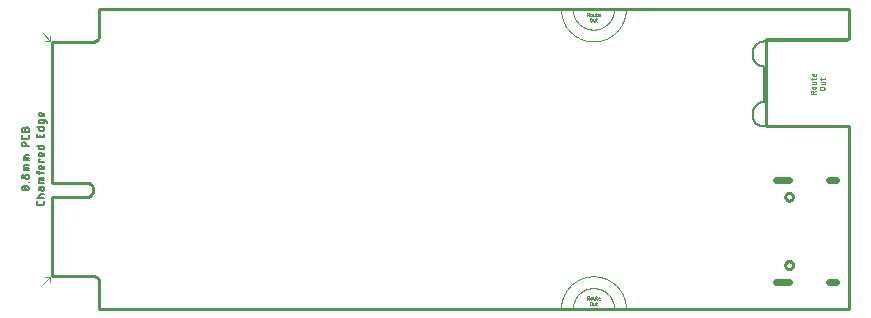
<source format=gko>
G04 EAGLE Gerber RS-274X export*
G75*
%MOMM*%
%FSLAX34Y34*%
%LPD*%
%IN*%
%IPPOS*%
%AMOC8*
5,1,8,0,0,1.08239X$1,22.5*%
G01*
%ADD10C,0.203200*%
%ADD11C,0.050800*%
%ADD12C,0.127000*%
%ADD13C,0.101600*%
%ADD14C,0.025400*%
%ADD15C,0.152400*%
%ADD16C,0.076200*%
%ADD17C,0.000000*%
%ADD18C,0.600000*%
%ADD19C,0.254000*%


D10*
X0Y27750D02*
X0Y94750D01*
X0Y106750D02*
X0Y226250D01*
X35000Y226250D01*
X35000Y27750D02*
X0Y27750D01*
X35000Y27750D02*
X35140Y27746D01*
X35280Y27737D01*
X35420Y27725D01*
X35559Y27709D01*
X35698Y27689D01*
X35836Y27666D01*
X35974Y27638D01*
X36110Y27607D01*
X36246Y27572D01*
X36381Y27533D01*
X36515Y27491D01*
X36647Y27445D01*
X36778Y27395D01*
X36908Y27342D01*
X37036Y27285D01*
X37163Y27225D01*
X37288Y27162D01*
X37411Y27094D01*
X37532Y27024D01*
X37651Y26950D01*
X37769Y26873D01*
X37884Y26793D01*
X37996Y26710D01*
X38107Y26623D01*
X38215Y26534D01*
X38320Y26442D01*
X38423Y26347D01*
X38524Y26249D01*
X38621Y26148D01*
X38716Y26045D01*
X38808Y25939D01*
X38897Y25830D01*
X38983Y25720D01*
X39066Y25607D01*
X39146Y25491D01*
X39222Y25374D01*
X39296Y25254D01*
X39366Y25133D01*
X39432Y25009D01*
X39495Y24884D01*
X39555Y24757D01*
X39611Y24629D01*
X39664Y24499D01*
X39713Y24368D01*
X39759Y24235D01*
X39801Y24101D01*
X39839Y23966D01*
X39873Y23830D01*
X39904Y23694D01*
X39931Y23556D01*
X39954Y23418D01*
X39973Y23279D01*
X39989Y23139D01*
X40001Y23000D01*
X35000Y226250D02*
X35142Y226256D01*
X35285Y226266D01*
X35426Y226280D01*
X35568Y226298D01*
X35709Y226319D01*
X35849Y226345D01*
X35988Y226374D01*
X36127Y226407D01*
X36264Y226444D01*
X36401Y226485D01*
X36536Y226530D01*
X36670Y226578D01*
X36803Y226630D01*
X36934Y226686D01*
X37064Y226745D01*
X37192Y226808D01*
X37318Y226874D01*
X37442Y226944D01*
X37564Y227017D01*
X37684Y227093D01*
X37802Y227173D01*
X37918Y227256D01*
X38032Y227342D01*
X38143Y227431D01*
X38251Y227524D01*
X38357Y227619D01*
X38461Y227717D01*
X38561Y227818D01*
X38659Y227922D01*
X38754Y228028D01*
X38846Y228137D01*
X38934Y228248D01*
X39020Y228362D01*
X39103Y228478D01*
X39182Y228597D01*
X39258Y228717D01*
X39331Y228840D01*
X39400Y228964D01*
X39466Y229091D01*
X39528Y229219D01*
X39587Y229349D01*
X39642Y229480D01*
X39693Y229613D01*
X39741Y229747D01*
X39785Y229883D01*
X39825Y230019D01*
X39862Y230157D01*
X39894Y230296D01*
X39923Y230435D01*
X39948Y230576D01*
X39969Y230716D01*
X39986Y230858D01*
X40000Y231000D01*
X29000Y94750D02*
X0Y94750D01*
X0Y106750D02*
X29000Y106750D01*
X29153Y106748D01*
X29306Y106742D01*
X29459Y106732D01*
X29612Y106719D01*
X29764Y106701D01*
X29916Y106680D01*
X30067Y106654D01*
X30217Y106625D01*
X30367Y106592D01*
X30516Y106555D01*
X30664Y106515D01*
X30810Y106470D01*
X30956Y106422D01*
X31100Y106370D01*
X31243Y106315D01*
X31384Y106256D01*
X31524Y106193D01*
X31662Y106127D01*
X31799Y106057D01*
X31933Y105984D01*
X32066Y105907D01*
X32197Y105827D01*
X32325Y105744D01*
X32452Y105658D01*
X32576Y105568D01*
X32698Y105475D01*
X32817Y105379D01*
X32934Y105280D01*
X33049Y105178D01*
X33161Y105073D01*
X33270Y104965D01*
X33376Y104855D01*
X33479Y104742D01*
X33580Y104626D01*
X33677Y104508D01*
X33772Y104387D01*
X33863Y104264D01*
X33951Y104139D01*
X34036Y104011D01*
X34118Y103882D01*
X34196Y103750D01*
X34271Y103616D01*
X34343Y103481D01*
X34411Y103343D01*
X34475Y103204D01*
X34536Y103064D01*
X34593Y102922D01*
X34647Y102778D01*
X34697Y102633D01*
X34743Y102487D01*
X34786Y102340D01*
X34824Y102192D01*
X34859Y102042D01*
X34890Y101892D01*
X34918Y101742D01*
X34941Y101590D01*
X34960Y101438D01*
X34976Y101286D01*
X34988Y101133D01*
X34996Y100980D01*
X35000Y100827D01*
X35000Y100673D01*
X34996Y100520D01*
X34988Y100367D01*
X34976Y100214D01*
X34960Y100062D01*
X34941Y99910D01*
X34918Y99758D01*
X34890Y99608D01*
X34859Y99458D01*
X34824Y99308D01*
X34786Y99160D01*
X34743Y99013D01*
X34697Y98867D01*
X34647Y98722D01*
X34593Y98578D01*
X34536Y98436D01*
X34475Y98296D01*
X34411Y98157D01*
X34343Y98019D01*
X34271Y97884D01*
X34196Y97750D01*
X34118Y97618D01*
X34036Y97489D01*
X33951Y97361D01*
X33863Y97236D01*
X33772Y97113D01*
X33677Y96992D01*
X33580Y96874D01*
X33479Y96758D01*
X33376Y96645D01*
X33270Y96535D01*
X33161Y96427D01*
X33049Y96322D01*
X32934Y96220D01*
X32817Y96121D01*
X32698Y96025D01*
X32576Y95932D01*
X32452Y95842D01*
X32325Y95756D01*
X32197Y95673D01*
X32066Y95593D01*
X31933Y95516D01*
X31799Y95443D01*
X31662Y95373D01*
X31524Y95307D01*
X31384Y95244D01*
X31243Y95185D01*
X31100Y95130D01*
X30956Y95078D01*
X30810Y95030D01*
X30664Y94985D01*
X30516Y94945D01*
X30367Y94908D01*
X30217Y94875D01*
X30067Y94846D01*
X29916Y94820D01*
X29764Y94799D01*
X29612Y94781D01*
X29459Y94768D01*
X29306Y94758D01*
X29153Y94752D01*
X29000Y94750D01*
X40000Y231000D02*
X40000Y254000D01*
X675000Y254000D01*
X40000Y23000D02*
X40000Y0D01*
X675000Y0D01*
X675000Y228600D02*
X675000Y254000D01*
X675000Y154940D02*
X675000Y0D01*
X675000Y228600D02*
X604520Y228600D01*
X604520Y154940D01*
X675000Y154940D01*
D11*
X475880Y52D02*
X475875Y478D01*
X475859Y904D01*
X475833Y1329D01*
X475797Y1754D01*
X475750Y2178D01*
X475694Y2600D01*
X475626Y3021D01*
X475549Y3440D01*
X475461Y3857D01*
X475364Y4272D01*
X475256Y4684D01*
X475138Y5094D01*
X475010Y5500D01*
X474873Y5904D01*
X474725Y6304D01*
X474568Y6700D01*
X474402Y7092D01*
X474225Y7480D01*
X474040Y7864D01*
X473845Y8243D01*
X473641Y8617D01*
X473428Y8986D01*
X473206Y9350D01*
X472975Y9708D01*
X472736Y10060D01*
X472488Y10407D01*
X472231Y10748D01*
X471967Y11082D01*
X471694Y11409D01*
X471414Y11730D01*
X471125Y12044D01*
X470829Y12351D01*
X470526Y12650D01*
X470216Y12942D01*
X469899Y13227D01*
X469574Y13503D01*
X469243Y13772D01*
X468906Y14032D01*
X468563Y14285D01*
X468213Y14528D01*
X467858Y14763D01*
X467496Y14990D01*
X467130Y15207D01*
X466758Y15416D01*
X466382Y15615D01*
X466000Y15806D01*
X465615Y15987D01*
X465224Y16158D01*
X464830Y16320D01*
X464432Y16472D01*
X464030Y16615D01*
X463625Y16747D01*
X463217Y16870D01*
X462806Y16983D01*
X462393Y17086D01*
X461977Y17178D01*
X461559Y17261D01*
X461139Y17333D01*
X460717Y17395D01*
X460294Y17447D01*
X459870Y17488D01*
X459445Y17520D01*
X459019Y17540D01*
X458593Y17551D01*
X458167Y17551D01*
X457741Y17540D01*
X457315Y17520D01*
X456890Y17488D01*
X456466Y17447D01*
X456043Y17395D01*
X455621Y17333D01*
X455201Y17261D01*
X454783Y17178D01*
X454367Y17086D01*
X453954Y16983D01*
X453543Y16870D01*
X453135Y16747D01*
X452730Y16615D01*
X452328Y16472D01*
X451930Y16320D01*
X451536Y16158D01*
X451145Y15987D01*
X450760Y15806D01*
X450378Y15615D01*
X450002Y15416D01*
X449630Y15207D01*
X449264Y14990D01*
X448902Y14763D01*
X448547Y14528D01*
X448197Y14285D01*
X447854Y14032D01*
X447517Y13772D01*
X447186Y13503D01*
X446861Y13227D01*
X446544Y12942D01*
X446234Y12650D01*
X445931Y12351D01*
X445635Y12044D01*
X445346Y11730D01*
X445066Y11409D01*
X444793Y11082D01*
X444529Y10748D01*
X444272Y10407D01*
X444024Y10060D01*
X443785Y9708D01*
X443554Y9350D01*
X443332Y8986D01*
X443119Y8617D01*
X442915Y8243D01*
X442720Y7864D01*
X442535Y7480D01*
X442358Y7092D01*
X442192Y6700D01*
X442035Y6304D01*
X441887Y5904D01*
X441750Y5500D01*
X441622Y5094D01*
X441504Y4684D01*
X441396Y4272D01*
X441299Y3857D01*
X441211Y3440D01*
X441134Y3021D01*
X441066Y2600D01*
X441010Y2178D01*
X440963Y1754D01*
X440927Y1329D01*
X440901Y904D01*
X440885Y478D01*
X440880Y52D01*
X440885Y478D01*
X440901Y904D01*
X440927Y1329D01*
X440963Y1754D01*
X441010Y2178D01*
X441066Y2600D01*
X441134Y3021D01*
X441211Y3440D01*
X441299Y3857D01*
X441396Y4272D01*
X441504Y4684D01*
X441622Y5094D01*
X441750Y5500D01*
X441887Y5904D01*
X442035Y6304D01*
X442192Y6700D01*
X442358Y7092D01*
X442535Y7480D01*
X442720Y7864D01*
X442915Y8243D01*
X443119Y8617D01*
X443332Y8986D01*
X443554Y9350D01*
X443785Y9708D01*
X444024Y10060D01*
X444272Y10407D01*
X444529Y10748D01*
X444793Y11082D01*
X445066Y11409D01*
X445346Y11730D01*
X445635Y12044D01*
X445931Y12351D01*
X446234Y12650D01*
X446544Y12942D01*
X446861Y13227D01*
X447186Y13503D01*
X447517Y13772D01*
X447854Y14032D01*
X448197Y14285D01*
X448547Y14528D01*
X448902Y14763D01*
X449264Y14990D01*
X449630Y15207D01*
X450002Y15416D01*
X450378Y15615D01*
X450760Y15806D01*
X451145Y15987D01*
X451536Y16158D01*
X451930Y16320D01*
X452328Y16472D01*
X452730Y16615D01*
X453135Y16747D01*
X453543Y16870D01*
X453954Y16983D01*
X454367Y17086D01*
X454783Y17178D01*
X455201Y17261D01*
X455621Y17333D01*
X456043Y17395D01*
X456466Y17447D01*
X456890Y17488D01*
X457315Y17520D01*
X457741Y17540D01*
X458167Y17551D01*
X458593Y17551D01*
X459019Y17540D01*
X459445Y17520D01*
X459870Y17488D01*
X460294Y17447D01*
X460717Y17395D01*
X461139Y17333D01*
X461559Y17261D01*
X461977Y17178D01*
X462393Y17086D01*
X462806Y16983D01*
X463217Y16870D01*
X463625Y16747D01*
X464030Y16615D01*
X464432Y16472D01*
X464830Y16320D01*
X465224Y16158D01*
X465615Y15987D01*
X466000Y15806D01*
X466382Y15615D01*
X466758Y15416D01*
X467130Y15207D01*
X467496Y14990D01*
X467858Y14763D01*
X468213Y14528D01*
X468563Y14285D01*
X468906Y14032D01*
X469243Y13772D01*
X469574Y13503D01*
X469899Y13227D01*
X470216Y12942D01*
X470526Y12650D01*
X470829Y12351D01*
X471125Y12044D01*
X471414Y11730D01*
X471694Y11409D01*
X471967Y11082D01*
X472231Y10748D01*
X472488Y10407D01*
X472736Y10060D01*
X472975Y9708D01*
X473206Y9350D01*
X473428Y8986D01*
X473641Y8617D01*
X473845Y8243D01*
X474040Y7864D01*
X474225Y7480D01*
X474402Y7092D01*
X474568Y6700D01*
X474725Y6304D01*
X474873Y5904D01*
X475010Y5500D01*
X475138Y5094D01*
X475256Y4684D01*
X475364Y4272D01*
X475461Y3857D01*
X475549Y3440D01*
X475626Y3021D01*
X475694Y2600D01*
X475750Y2178D01*
X475797Y1754D01*
X475833Y1329D01*
X475859Y904D01*
X475875Y478D01*
X475880Y52D01*
X485880Y52D02*
X485872Y722D01*
X485847Y1391D01*
X485807Y2059D01*
X485750Y2727D01*
X485676Y3392D01*
X485587Y4056D01*
X485481Y4717D01*
X485360Y5376D01*
X485222Y6031D01*
X485069Y6683D01*
X484899Y7331D01*
X484714Y7975D01*
X484513Y8614D01*
X484297Y9247D01*
X484065Y9876D01*
X483819Y10498D01*
X483557Y11115D01*
X483280Y11725D01*
X482988Y12327D01*
X482682Y12923D01*
X482361Y13511D01*
X482027Y14091D01*
X481678Y14663D01*
X481315Y15226D01*
X480939Y15780D01*
X480549Y16324D01*
X480146Y16859D01*
X479730Y17384D01*
X479302Y17899D01*
X478861Y18403D01*
X478408Y18897D01*
X477943Y19379D01*
X477467Y19849D01*
X476979Y20308D01*
X476481Y20755D01*
X475971Y21190D01*
X475451Y21612D01*
X474921Y22021D01*
X474381Y22417D01*
X473832Y22800D01*
X473273Y23170D01*
X472706Y23526D01*
X472130Y23868D01*
X471546Y24195D01*
X470954Y24509D01*
X470355Y24808D01*
X469749Y25092D01*
X469135Y25362D01*
X468516Y25616D01*
X467890Y25855D01*
X467259Y26079D01*
X466623Y26288D01*
X465981Y26481D01*
X465336Y26658D01*
X464686Y26819D01*
X464032Y26965D01*
X463375Y27095D01*
X462715Y27208D01*
X462052Y27306D01*
X461388Y27387D01*
X460721Y27452D01*
X460053Y27501D01*
X459384Y27534D01*
X458715Y27550D01*
X458045Y27550D01*
X457376Y27534D01*
X456707Y27501D01*
X456039Y27452D01*
X455372Y27387D01*
X454708Y27306D01*
X454045Y27208D01*
X453385Y27095D01*
X452728Y26965D01*
X452074Y26819D01*
X451424Y26658D01*
X450779Y26481D01*
X450137Y26288D01*
X449501Y26079D01*
X448870Y25855D01*
X448244Y25616D01*
X447625Y25362D01*
X447011Y25092D01*
X446405Y24808D01*
X445806Y24509D01*
X445214Y24195D01*
X444630Y23868D01*
X444054Y23526D01*
X443487Y23170D01*
X442928Y22800D01*
X442379Y22417D01*
X441839Y22021D01*
X441309Y21612D01*
X440789Y21190D01*
X440279Y20755D01*
X439781Y20308D01*
X439293Y19849D01*
X438817Y19379D01*
X438352Y18897D01*
X437899Y18403D01*
X437458Y17899D01*
X437030Y17384D01*
X436614Y16859D01*
X436211Y16324D01*
X435821Y15780D01*
X435445Y15226D01*
X435082Y14663D01*
X434733Y14091D01*
X434399Y13511D01*
X434078Y12923D01*
X433772Y12327D01*
X433480Y11725D01*
X433203Y11115D01*
X432941Y10498D01*
X432695Y9876D01*
X432463Y9247D01*
X432247Y8614D01*
X432046Y7975D01*
X431861Y7331D01*
X431691Y6683D01*
X431538Y6031D01*
X431400Y5376D01*
X431279Y4717D01*
X431173Y4056D01*
X431084Y3392D01*
X431010Y2727D01*
X430953Y2059D01*
X430913Y1391D01*
X430888Y722D01*
X430880Y52D01*
D12*
X-6825Y89632D02*
X-6825Y91044D01*
X-6825Y89632D02*
X-6827Y89558D01*
X-6833Y89485D01*
X-6842Y89411D01*
X-6856Y89339D01*
X-6873Y89267D01*
X-6894Y89196D01*
X-6919Y89126D01*
X-6947Y89058D01*
X-6979Y88991D01*
X-7014Y88927D01*
X-7053Y88864D01*
X-7094Y88803D01*
X-7139Y88744D01*
X-7187Y88688D01*
X-7238Y88634D01*
X-7292Y88583D01*
X-7348Y88535D01*
X-7407Y88490D01*
X-7468Y88449D01*
X-7530Y88410D01*
X-7595Y88375D01*
X-7662Y88343D01*
X-7730Y88315D01*
X-7800Y88290D01*
X-7871Y88269D01*
X-7943Y88252D01*
X-8015Y88238D01*
X-8089Y88229D01*
X-8162Y88223D01*
X-8236Y88221D01*
X-11764Y88221D01*
X-11838Y88223D01*
X-11911Y88229D01*
X-11985Y88238D01*
X-12057Y88252D01*
X-12129Y88269D01*
X-12200Y88290D01*
X-12270Y88315D01*
X-12338Y88343D01*
X-12405Y88375D01*
X-12469Y88410D01*
X-12532Y88449D01*
X-12593Y88490D01*
X-12652Y88535D01*
X-12708Y88583D01*
X-12762Y88634D01*
X-12813Y88688D01*
X-12861Y88744D01*
X-12906Y88803D01*
X-12947Y88863D01*
X-12986Y88926D01*
X-13021Y88991D01*
X-13053Y89058D01*
X-13081Y89126D01*
X-13106Y89196D01*
X-13127Y89267D01*
X-13144Y89339D01*
X-13158Y89411D01*
X-13167Y89484D01*
X-13173Y89558D01*
X-13175Y89632D01*
X-13175Y91044D01*
X-13175Y94091D02*
X-6825Y94091D01*
X-11058Y94091D02*
X-11058Y95855D01*
X-11056Y95919D01*
X-11050Y95983D01*
X-11041Y96046D01*
X-11027Y96108D01*
X-11010Y96170D01*
X-10989Y96230D01*
X-10965Y96289D01*
X-10937Y96347D01*
X-10905Y96402D01*
X-10871Y96456D01*
X-10833Y96507D01*
X-10792Y96557D01*
X-10748Y96603D01*
X-10702Y96647D01*
X-10652Y96688D01*
X-10601Y96726D01*
X-10547Y96760D01*
X-10492Y96792D01*
X-10434Y96820D01*
X-10375Y96844D01*
X-10315Y96865D01*
X-10253Y96882D01*
X-10191Y96896D01*
X-10128Y96905D01*
X-10064Y96911D01*
X-10000Y96913D01*
X-6825Y96913D01*
X-9294Y101444D02*
X-9294Y103031D01*
X-9295Y101444D02*
X-9293Y101375D01*
X-9287Y101306D01*
X-9278Y101237D01*
X-9264Y101169D01*
X-9247Y101102D01*
X-9226Y101036D01*
X-9201Y100971D01*
X-9173Y100908D01*
X-9141Y100847D01*
X-9106Y100787D01*
X-9067Y100729D01*
X-9026Y100674D01*
X-8981Y100621D01*
X-8933Y100571D01*
X-8883Y100523D01*
X-8830Y100478D01*
X-8775Y100437D01*
X-8717Y100398D01*
X-8657Y100363D01*
X-8596Y100331D01*
X-8533Y100303D01*
X-8468Y100278D01*
X-8402Y100257D01*
X-8335Y100240D01*
X-8267Y100226D01*
X-8198Y100217D01*
X-8129Y100211D01*
X-8060Y100209D01*
X-7991Y100211D01*
X-7922Y100217D01*
X-7853Y100226D01*
X-7785Y100240D01*
X-7718Y100257D01*
X-7652Y100278D01*
X-7587Y100303D01*
X-7524Y100331D01*
X-7463Y100363D01*
X-7403Y100398D01*
X-7345Y100437D01*
X-7290Y100478D01*
X-7237Y100523D01*
X-7187Y100571D01*
X-7139Y100621D01*
X-7094Y100674D01*
X-7053Y100729D01*
X-7014Y100787D01*
X-6979Y100847D01*
X-6947Y100908D01*
X-6919Y100971D01*
X-6894Y101036D01*
X-6873Y101102D01*
X-6856Y101169D01*
X-6842Y101237D01*
X-6833Y101306D01*
X-6827Y101375D01*
X-6825Y101444D01*
X-6825Y103031D01*
X-10000Y103031D01*
X-10064Y103029D01*
X-10128Y103023D01*
X-10191Y103014D01*
X-10253Y103000D01*
X-10315Y102983D01*
X-10375Y102962D01*
X-10434Y102938D01*
X-10492Y102910D01*
X-10547Y102878D01*
X-10601Y102844D01*
X-10652Y102806D01*
X-10702Y102765D01*
X-10748Y102721D01*
X-10792Y102675D01*
X-10833Y102625D01*
X-10871Y102574D01*
X-10905Y102520D01*
X-10937Y102465D01*
X-10965Y102407D01*
X-10989Y102348D01*
X-11010Y102288D01*
X-11027Y102226D01*
X-11041Y102164D01*
X-11050Y102101D01*
X-11056Y102037D01*
X-11058Y101973D01*
X-11058Y100562D01*
X-11058Y106873D02*
X-6825Y106873D01*
X-11058Y106873D02*
X-11058Y110048D01*
X-11056Y110112D01*
X-11050Y110176D01*
X-11041Y110239D01*
X-11027Y110301D01*
X-11010Y110363D01*
X-10989Y110423D01*
X-10965Y110482D01*
X-10937Y110540D01*
X-10905Y110595D01*
X-10871Y110649D01*
X-10833Y110700D01*
X-10792Y110750D01*
X-10748Y110796D01*
X-10702Y110840D01*
X-10652Y110881D01*
X-10601Y110919D01*
X-10547Y110953D01*
X-10492Y110985D01*
X-10434Y111013D01*
X-10375Y111037D01*
X-10315Y111058D01*
X-10253Y111075D01*
X-10191Y111089D01*
X-10128Y111098D01*
X-10064Y111104D01*
X-10000Y111106D01*
X-6825Y111106D01*
X-6825Y108990D02*
X-11058Y108990D01*
X-12117Y114997D02*
X-6825Y114997D01*
X-12117Y114997D02*
X-12181Y114999D01*
X-12245Y115005D01*
X-12308Y115014D01*
X-12370Y115028D01*
X-12432Y115045D01*
X-12492Y115066D01*
X-12551Y115090D01*
X-12609Y115118D01*
X-12664Y115150D01*
X-12718Y115184D01*
X-12769Y115222D01*
X-12819Y115263D01*
X-12865Y115307D01*
X-12909Y115353D01*
X-12950Y115403D01*
X-12988Y115454D01*
X-13022Y115508D01*
X-13054Y115563D01*
X-13082Y115621D01*
X-13106Y115680D01*
X-13127Y115740D01*
X-13144Y115802D01*
X-13158Y115864D01*
X-13167Y115928D01*
X-13173Y115991D01*
X-13175Y116055D01*
X-13175Y116408D01*
X-11058Y116408D02*
X-11058Y114291D01*
X-6825Y119610D02*
X-6825Y121373D01*
X-6825Y119610D02*
X-6827Y119546D01*
X-6833Y119482D01*
X-6842Y119419D01*
X-6856Y119357D01*
X-6873Y119295D01*
X-6894Y119235D01*
X-6918Y119176D01*
X-6946Y119118D01*
X-6978Y119063D01*
X-7012Y119009D01*
X-7050Y118958D01*
X-7091Y118908D01*
X-7135Y118862D01*
X-7181Y118818D01*
X-7231Y118777D01*
X-7282Y118739D01*
X-7336Y118705D01*
X-7391Y118673D01*
X-7449Y118645D01*
X-7508Y118621D01*
X-7568Y118600D01*
X-7630Y118583D01*
X-7692Y118569D01*
X-7755Y118560D01*
X-7819Y118554D01*
X-7883Y118552D01*
X-7883Y118551D02*
X-9647Y118551D01*
X-9721Y118553D01*
X-9794Y118559D01*
X-9868Y118568D01*
X-9940Y118582D01*
X-10012Y118599D01*
X-10083Y118620D01*
X-10153Y118645D01*
X-10221Y118673D01*
X-10288Y118705D01*
X-10353Y118740D01*
X-10415Y118779D01*
X-10476Y118820D01*
X-10535Y118865D01*
X-10591Y118913D01*
X-10645Y118964D01*
X-10696Y119018D01*
X-10744Y119074D01*
X-10789Y119133D01*
X-10830Y119194D01*
X-10869Y119257D01*
X-10904Y119321D01*
X-10936Y119388D01*
X-10964Y119456D01*
X-10989Y119526D01*
X-11010Y119597D01*
X-11027Y119669D01*
X-11041Y119741D01*
X-11050Y119815D01*
X-11056Y119888D01*
X-11058Y119962D01*
X-11056Y120036D01*
X-11050Y120109D01*
X-11041Y120183D01*
X-11027Y120255D01*
X-11010Y120327D01*
X-10989Y120398D01*
X-10964Y120468D01*
X-10936Y120536D01*
X-10904Y120603D01*
X-10869Y120668D01*
X-10830Y120730D01*
X-10789Y120791D01*
X-10744Y120850D01*
X-10696Y120906D01*
X-10645Y120960D01*
X-10591Y121011D01*
X-10535Y121059D01*
X-10476Y121104D01*
X-10415Y121145D01*
X-10353Y121184D01*
X-10288Y121219D01*
X-10221Y121251D01*
X-10153Y121279D01*
X-10083Y121304D01*
X-10012Y121325D01*
X-9940Y121342D01*
X-9868Y121356D01*
X-9794Y121365D01*
X-9721Y121371D01*
X-9647Y121373D01*
X-8942Y121373D01*
X-8942Y118551D01*
X-6825Y124785D02*
X-11058Y124785D01*
X-11058Y126901D01*
X-10353Y126901D01*
X-6825Y130354D02*
X-6825Y132118D01*
X-6825Y130354D02*
X-6827Y130290D01*
X-6833Y130226D01*
X-6842Y130163D01*
X-6856Y130101D01*
X-6873Y130039D01*
X-6894Y129979D01*
X-6918Y129920D01*
X-6946Y129862D01*
X-6978Y129807D01*
X-7012Y129753D01*
X-7050Y129702D01*
X-7091Y129652D01*
X-7135Y129606D01*
X-7181Y129562D01*
X-7231Y129521D01*
X-7282Y129483D01*
X-7336Y129449D01*
X-7391Y129417D01*
X-7449Y129389D01*
X-7508Y129365D01*
X-7568Y129344D01*
X-7630Y129327D01*
X-7692Y129313D01*
X-7755Y129304D01*
X-7819Y129298D01*
X-7883Y129296D01*
X-7883Y129295D02*
X-9647Y129295D01*
X-9721Y129297D01*
X-9794Y129303D01*
X-9868Y129312D01*
X-9940Y129326D01*
X-10012Y129343D01*
X-10083Y129364D01*
X-10153Y129389D01*
X-10221Y129417D01*
X-10288Y129449D01*
X-10353Y129484D01*
X-10415Y129523D01*
X-10476Y129564D01*
X-10535Y129609D01*
X-10591Y129657D01*
X-10645Y129708D01*
X-10696Y129762D01*
X-10744Y129818D01*
X-10789Y129877D01*
X-10830Y129938D01*
X-10869Y130001D01*
X-10904Y130065D01*
X-10936Y130132D01*
X-10964Y130200D01*
X-10989Y130270D01*
X-11010Y130341D01*
X-11027Y130413D01*
X-11041Y130485D01*
X-11050Y130559D01*
X-11056Y130632D01*
X-11058Y130706D01*
X-11056Y130780D01*
X-11050Y130853D01*
X-11041Y130927D01*
X-11027Y130999D01*
X-11010Y131071D01*
X-10989Y131142D01*
X-10964Y131212D01*
X-10936Y131280D01*
X-10904Y131347D01*
X-10869Y131412D01*
X-10830Y131474D01*
X-10789Y131535D01*
X-10744Y131594D01*
X-10696Y131650D01*
X-10645Y131704D01*
X-10591Y131755D01*
X-10535Y131803D01*
X-10476Y131848D01*
X-10415Y131889D01*
X-10353Y131928D01*
X-10288Y131963D01*
X-10221Y131995D01*
X-10153Y132023D01*
X-10083Y132048D01*
X-10012Y132069D01*
X-9940Y132086D01*
X-9868Y132100D01*
X-9794Y132109D01*
X-9721Y132115D01*
X-9647Y132117D01*
X-9647Y132118D02*
X-8942Y132118D01*
X-8942Y129295D01*
X-6825Y138007D02*
X-13175Y138007D01*
X-6825Y138007D02*
X-6825Y136243D01*
X-6827Y136179D01*
X-6833Y136115D01*
X-6842Y136052D01*
X-6856Y135990D01*
X-6873Y135928D01*
X-6894Y135868D01*
X-6918Y135809D01*
X-6946Y135751D01*
X-6978Y135696D01*
X-7012Y135642D01*
X-7050Y135591D01*
X-7091Y135541D01*
X-7135Y135495D01*
X-7181Y135451D01*
X-7231Y135410D01*
X-7282Y135372D01*
X-7336Y135338D01*
X-7391Y135306D01*
X-7449Y135278D01*
X-7508Y135254D01*
X-7568Y135233D01*
X-7630Y135216D01*
X-7692Y135202D01*
X-7755Y135193D01*
X-7819Y135187D01*
X-7883Y135185D01*
X-7883Y135184D02*
X-10000Y135184D01*
X-10000Y135185D02*
X-10064Y135187D01*
X-10128Y135193D01*
X-10191Y135202D01*
X-10253Y135216D01*
X-10315Y135233D01*
X-10375Y135254D01*
X-10434Y135278D01*
X-10492Y135306D01*
X-10547Y135338D01*
X-10601Y135372D01*
X-10652Y135410D01*
X-10702Y135451D01*
X-10748Y135495D01*
X-10792Y135541D01*
X-10833Y135591D01*
X-10871Y135642D01*
X-10905Y135696D01*
X-10937Y135751D01*
X-10965Y135809D01*
X-10989Y135868D01*
X-11010Y135928D01*
X-11027Y135990D01*
X-11041Y136052D01*
X-11050Y136115D01*
X-11056Y136179D01*
X-11058Y136243D01*
X-11058Y138007D01*
X-6825Y145423D02*
X-6825Y148245D01*
X-6825Y145423D02*
X-13175Y145423D01*
X-13175Y148245D01*
X-10353Y147539D02*
X-10353Y145423D01*
X-13175Y153780D02*
X-6825Y153780D01*
X-6825Y152016D01*
X-6827Y151952D01*
X-6833Y151888D01*
X-6842Y151825D01*
X-6856Y151763D01*
X-6873Y151701D01*
X-6894Y151641D01*
X-6918Y151582D01*
X-6946Y151524D01*
X-6978Y151469D01*
X-7012Y151415D01*
X-7050Y151364D01*
X-7091Y151314D01*
X-7135Y151268D01*
X-7181Y151224D01*
X-7231Y151183D01*
X-7282Y151145D01*
X-7336Y151111D01*
X-7391Y151079D01*
X-7449Y151051D01*
X-7508Y151027D01*
X-7568Y151006D01*
X-7630Y150989D01*
X-7692Y150975D01*
X-7755Y150966D01*
X-7819Y150960D01*
X-7883Y150958D01*
X-10000Y150958D01*
X-10064Y150960D01*
X-10128Y150966D01*
X-10191Y150975D01*
X-10253Y150989D01*
X-10315Y151006D01*
X-10375Y151027D01*
X-10434Y151051D01*
X-10492Y151079D01*
X-10547Y151111D01*
X-10601Y151145D01*
X-10652Y151183D01*
X-10702Y151224D01*
X-10748Y151268D01*
X-10792Y151314D01*
X-10833Y151364D01*
X-10871Y151415D01*
X-10905Y151469D01*
X-10937Y151524D01*
X-10965Y151582D01*
X-10989Y151641D01*
X-11010Y151701D01*
X-11027Y151763D01*
X-11041Y151825D01*
X-11050Y151888D01*
X-11056Y151952D01*
X-11058Y152016D01*
X-11058Y153780D01*
X-6825Y158188D02*
X-6825Y159952D01*
X-6825Y158188D02*
X-6827Y158124D01*
X-6833Y158060D01*
X-6842Y157997D01*
X-6856Y157935D01*
X-6873Y157873D01*
X-6894Y157813D01*
X-6918Y157754D01*
X-6946Y157696D01*
X-6978Y157641D01*
X-7012Y157587D01*
X-7050Y157536D01*
X-7091Y157486D01*
X-7135Y157440D01*
X-7181Y157396D01*
X-7231Y157355D01*
X-7282Y157317D01*
X-7336Y157283D01*
X-7391Y157251D01*
X-7449Y157223D01*
X-7508Y157199D01*
X-7568Y157178D01*
X-7630Y157161D01*
X-7692Y157147D01*
X-7755Y157138D01*
X-7819Y157132D01*
X-7883Y157130D01*
X-10000Y157130D01*
X-10064Y157132D01*
X-10128Y157138D01*
X-10191Y157147D01*
X-10253Y157161D01*
X-10315Y157178D01*
X-10375Y157199D01*
X-10434Y157223D01*
X-10492Y157251D01*
X-10547Y157283D01*
X-10601Y157317D01*
X-10652Y157355D01*
X-10702Y157396D01*
X-10748Y157440D01*
X-10792Y157486D01*
X-10833Y157536D01*
X-10871Y157587D01*
X-10905Y157641D01*
X-10937Y157696D01*
X-10965Y157754D01*
X-10989Y157813D01*
X-11010Y157873D01*
X-11027Y157935D01*
X-11041Y157997D01*
X-11050Y158060D01*
X-11056Y158124D01*
X-11058Y158188D01*
X-11058Y159952D01*
X-5767Y159952D01*
X-5703Y159950D01*
X-5639Y159944D01*
X-5576Y159935D01*
X-5514Y159921D01*
X-5452Y159904D01*
X-5392Y159883D01*
X-5333Y159859D01*
X-5275Y159831D01*
X-5220Y159799D01*
X-5166Y159765D01*
X-5115Y159727D01*
X-5065Y159686D01*
X-5019Y159642D01*
X-4975Y159596D01*
X-4934Y159547D01*
X-4896Y159495D01*
X-4862Y159441D01*
X-4830Y159386D01*
X-4802Y159328D01*
X-4778Y159269D01*
X-4757Y159209D01*
X-4740Y159147D01*
X-4726Y159085D01*
X-4717Y159022D01*
X-4711Y158958D01*
X-4709Y158894D01*
X-4708Y158894D02*
X-4708Y157483D01*
X-6825Y164415D02*
X-6825Y166179D01*
X-6825Y164415D02*
X-6827Y164351D01*
X-6833Y164287D01*
X-6842Y164224D01*
X-6856Y164162D01*
X-6873Y164100D01*
X-6894Y164040D01*
X-6918Y163981D01*
X-6946Y163923D01*
X-6978Y163868D01*
X-7012Y163814D01*
X-7050Y163763D01*
X-7091Y163713D01*
X-7135Y163667D01*
X-7181Y163623D01*
X-7231Y163582D01*
X-7282Y163544D01*
X-7336Y163510D01*
X-7391Y163478D01*
X-7449Y163450D01*
X-7508Y163426D01*
X-7568Y163405D01*
X-7630Y163388D01*
X-7692Y163374D01*
X-7755Y163365D01*
X-7819Y163359D01*
X-7883Y163357D01*
X-9647Y163357D01*
X-9721Y163359D01*
X-9794Y163365D01*
X-9868Y163374D01*
X-9940Y163388D01*
X-10012Y163405D01*
X-10083Y163426D01*
X-10153Y163451D01*
X-10221Y163479D01*
X-10288Y163511D01*
X-10353Y163546D01*
X-10415Y163585D01*
X-10476Y163626D01*
X-10535Y163671D01*
X-10591Y163719D01*
X-10645Y163770D01*
X-10696Y163824D01*
X-10744Y163880D01*
X-10789Y163939D01*
X-10830Y164000D01*
X-10869Y164063D01*
X-10904Y164127D01*
X-10936Y164194D01*
X-10964Y164262D01*
X-10989Y164332D01*
X-11010Y164403D01*
X-11027Y164475D01*
X-11041Y164547D01*
X-11050Y164621D01*
X-11056Y164694D01*
X-11058Y164768D01*
X-11056Y164842D01*
X-11050Y164915D01*
X-11041Y164989D01*
X-11027Y165061D01*
X-11010Y165133D01*
X-10989Y165204D01*
X-10964Y165274D01*
X-10936Y165342D01*
X-10904Y165409D01*
X-10869Y165474D01*
X-10830Y165536D01*
X-10789Y165597D01*
X-10744Y165656D01*
X-10696Y165712D01*
X-10645Y165766D01*
X-10591Y165817D01*
X-10535Y165865D01*
X-10476Y165910D01*
X-10415Y165951D01*
X-10353Y165990D01*
X-10288Y166025D01*
X-10221Y166057D01*
X-10153Y166085D01*
X-10083Y166110D01*
X-10012Y166131D01*
X-9940Y166148D01*
X-9868Y166162D01*
X-9794Y166171D01*
X-9721Y166177D01*
X-9647Y166179D01*
X-8942Y166179D01*
X-8942Y163357D01*
D13*
X-2000Y27200D02*
X-8000Y21200D01*
X-6000Y27200D02*
X-2000Y27200D01*
X-2000Y23200D01*
X-2000Y227200D02*
X-8000Y233200D01*
X-2000Y231200D02*
X-2000Y227200D01*
X-6000Y227200D01*
D12*
X-24993Y101198D02*
X-24867Y101139D01*
X-24739Y101083D01*
X-24610Y101030D01*
X-24479Y100981D01*
X-24347Y100935D01*
X-24214Y100893D01*
X-24080Y100854D01*
X-23945Y100819D01*
X-23809Y100788D01*
X-23672Y100760D01*
X-23534Y100736D01*
X-23396Y100716D01*
X-23257Y100699D01*
X-23118Y100686D01*
X-22979Y100676D01*
X-22840Y100671D01*
X-22700Y100669D01*
X-24993Y101199D02*
X-25059Y101223D01*
X-25124Y101251D01*
X-25187Y101283D01*
X-25248Y101318D01*
X-25307Y101356D01*
X-25364Y101397D01*
X-25419Y101442D01*
X-25471Y101489D01*
X-25520Y101539D01*
X-25567Y101591D01*
X-25611Y101646D01*
X-25652Y101703D01*
X-25690Y101763D01*
X-25724Y101824D01*
X-25755Y101887D01*
X-25783Y101952D01*
X-25807Y102018D01*
X-25828Y102085D01*
X-25845Y102154D01*
X-25858Y102223D01*
X-25867Y102293D01*
X-25873Y102363D01*
X-25875Y102433D01*
X-25873Y102503D01*
X-25867Y102574D01*
X-25858Y102643D01*
X-25845Y102712D01*
X-25828Y102781D01*
X-25807Y102848D01*
X-25783Y102914D01*
X-25755Y102979D01*
X-25724Y103042D01*
X-25690Y103103D01*
X-25652Y103163D01*
X-25611Y103220D01*
X-25567Y103275D01*
X-25520Y103327D01*
X-25471Y103377D01*
X-25418Y103425D01*
X-25364Y103469D01*
X-25307Y103510D01*
X-25248Y103548D01*
X-25187Y103583D01*
X-25124Y103615D01*
X-25059Y103643D01*
X-24993Y103667D01*
X-24993Y103668D02*
X-24867Y103727D01*
X-24739Y103783D01*
X-24610Y103836D01*
X-24479Y103885D01*
X-24347Y103931D01*
X-24214Y103973D01*
X-24080Y104012D01*
X-23945Y104047D01*
X-23809Y104078D01*
X-23672Y104106D01*
X-23534Y104130D01*
X-23396Y104150D01*
X-23257Y104167D01*
X-23118Y104180D01*
X-22979Y104190D01*
X-22840Y104195D01*
X-22700Y104197D01*
X-22700Y100669D02*
X-22560Y100671D01*
X-22421Y100676D01*
X-22282Y100686D01*
X-22143Y100699D01*
X-22004Y100715D01*
X-21866Y100736D01*
X-21728Y100760D01*
X-21591Y100788D01*
X-21455Y100819D01*
X-21320Y100854D01*
X-21186Y100893D01*
X-21053Y100935D01*
X-20921Y100981D01*
X-20790Y101030D01*
X-20661Y101083D01*
X-20533Y101139D01*
X-20407Y101198D01*
X-20407Y101199D02*
X-20341Y101223D01*
X-20276Y101251D01*
X-20213Y101283D01*
X-20152Y101318D01*
X-20093Y101356D01*
X-20036Y101397D01*
X-19981Y101442D01*
X-19929Y101489D01*
X-19880Y101539D01*
X-19833Y101591D01*
X-19789Y101646D01*
X-19748Y101703D01*
X-19710Y101763D01*
X-19676Y101824D01*
X-19645Y101887D01*
X-19617Y101952D01*
X-19593Y102018D01*
X-19572Y102085D01*
X-19555Y102154D01*
X-19542Y102223D01*
X-19533Y102293D01*
X-19527Y102363D01*
X-19525Y102433D01*
X-20407Y103668D02*
X-20533Y103727D01*
X-20661Y103783D01*
X-20790Y103836D01*
X-20921Y103885D01*
X-21053Y103931D01*
X-21186Y103973D01*
X-21320Y104012D01*
X-21455Y104047D01*
X-21591Y104078D01*
X-21728Y104106D01*
X-21866Y104130D01*
X-22004Y104151D01*
X-22143Y104167D01*
X-22282Y104180D01*
X-22421Y104190D01*
X-22560Y104195D01*
X-22700Y104197D01*
X-20407Y103667D02*
X-20341Y103643D01*
X-20276Y103615D01*
X-20213Y103583D01*
X-20152Y103548D01*
X-20093Y103510D01*
X-20036Y103469D01*
X-19982Y103425D01*
X-19929Y103377D01*
X-19880Y103327D01*
X-19833Y103275D01*
X-19789Y103220D01*
X-19748Y103163D01*
X-19710Y103103D01*
X-19676Y103042D01*
X-19645Y102979D01*
X-19617Y102914D01*
X-19593Y102848D01*
X-19572Y102781D01*
X-19555Y102712D01*
X-19542Y102643D01*
X-19533Y102573D01*
X-19527Y102503D01*
X-19525Y102433D01*
X-20936Y101022D02*
X-24464Y103844D01*
X-19878Y107057D02*
X-19525Y107057D01*
X-19878Y107057D02*
X-19878Y107410D01*
X-19525Y107410D01*
X-19525Y107057D01*
X-21289Y110270D02*
X-21372Y110272D01*
X-21454Y110278D01*
X-21536Y110287D01*
X-21618Y110301D01*
X-21699Y110318D01*
X-21779Y110339D01*
X-21858Y110364D01*
X-21935Y110393D01*
X-22012Y110425D01*
X-22086Y110460D01*
X-22159Y110499D01*
X-22230Y110542D01*
X-22299Y110588D01*
X-22366Y110637D01*
X-22430Y110689D01*
X-22492Y110744D01*
X-22551Y110801D01*
X-22607Y110862D01*
X-22661Y110925D01*
X-22711Y110990D01*
X-22759Y111058D01*
X-22803Y111128D01*
X-22843Y111200D01*
X-22881Y111274D01*
X-22915Y111349D01*
X-22945Y111426D01*
X-22972Y111505D01*
X-22995Y111584D01*
X-23014Y111665D01*
X-23029Y111746D01*
X-23041Y111828D01*
X-23049Y111910D01*
X-23053Y111993D01*
X-23053Y112075D01*
X-23049Y112158D01*
X-23041Y112240D01*
X-23029Y112322D01*
X-23014Y112403D01*
X-22995Y112484D01*
X-22972Y112563D01*
X-22945Y112642D01*
X-22915Y112719D01*
X-22881Y112794D01*
X-22843Y112868D01*
X-22803Y112940D01*
X-22759Y113010D01*
X-22711Y113078D01*
X-22661Y113143D01*
X-22607Y113206D01*
X-22551Y113267D01*
X-22492Y113324D01*
X-22430Y113379D01*
X-22366Y113431D01*
X-22299Y113480D01*
X-22230Y113526D01*
X-22159Y113569D01*
X-22086Y113608D01*
X-22012Y113643D01*
X-21935Y113675D01*
X-21858Y113704D01*
X-21779Y113729D01*
X-21699Y113750D01*
X-21618Y113767D01*
X-21536Y113781D01*
X-21454Y113790D01*
X-21372Y113796D01*
X-21289Y113798D01*
X-21206Y113796D01*
X-21124Y113790D01*
X-21042Y113781D01*
X-20960Y113767D01*
X-20879Y113750D01*
X-20799Y113729D01*
X-20720Y113704D01*
X-20643Y113675D01*
X-20566Y113643D01*
X-20492Y113608D01*
X-20419Y113569D01*
X-20348Y113526D01*
X-20279Y113480D01*
X-20212Y113431D01*
X-20148Y113379D01*
X-20086Y113324D01*
X-20027Y113267D01*
X-19971Y113206D01*
X-19917Y113143D01*
X-19867Y113078D01*
X-19819Y113010D01*
X-19775Y112940D01*
X-19735Y112868D01*
X-19697Y112794D01*
X-19663Y112719D01*
X-19633Y112642D01*
X-19606Y112563D01*
X-19583Y112484D01*
X-19564Y112403D01*
X-19549Y112322D01*
X-19537Y112240D01*
X-19529Y112158D01*
X-19525Y112075D01*
X-19525Y111993D01*
X-19529Y111910D01*
X-19537Y111828D01*
X-19549Y111746D01*
X-19564Y111665D01*
X-19583Y111584D01*
X-19606Y111505D01*
X-19633Y111426D01*
X-19663Y111349D01*
X-19697Y111274D01*
X-19735Y111200D01*
X-19775Y111128D01*
X-19819Y111058D01*
X-19867Y110990D01*
X-19917Y110925D01*
X-19971Y110862D01*
X-20027Y110801D01*
X-20086Y110744D01*
X-20148Y110689D01*
X-20212Y110637D01*
X-20279Y110588D01*
X-20348Y110542D01*
X-20419Y110499D01*
X-20492Y110460D01*
X-20566Y110425D01*
X-20643Y110393D01*
X-20720Y110364D01*
X-20799Y110339D01*
X-20879Y110318D01*
X-20960Y110301D01*
X-21042Y110287D01*
X-21124Y110278D01*
X-21206Y110272D01*
X-21289Y110270D01*
X-24464Y110623D02*
X-24538Y110625D01*
X-24611Y110631D01*
X-24685Y110640D01*
X-24757Y110654D01*
X-24829Y110671D01*
X-24900Y110692D01*
X-24970Y110717D01*
X-25038Y110745D01*
X-25105Y110777D01*
X-25170Y110812D01*
X-25232Y110851D01*
X-25293Y110892D01*
X-25352Y110937D01*
X-25408Y110985D01*
X-25462Y111036D01*
X-25513Y111090D01*
X-25561Y111146D01*
X-25606Y111205D01*
X-25647Y111266D01*
X-25686Y111329D01*
X-25721Y111393D01*
X-25753Y111460D01*
X-25781Y111528D01*
X-25806Y111598D01*
X-25827Y111669D01*
X-25844Y111741D01*
X-25858Y111813D01*
X-25867Y111887D01*
X-25873Y111960D01*
X-25875Y112034D01*
X-25873Y112108D01*
X-25867Y112181D01*
X-25858Y112255D01*
X-25844Y112327D01*
X-25827Y112399D01*
X-25806Y112470D01*
X-25781Y112540D01*
X-25753Y112608D01*
X-25721Y112675D01*
X-25686Y112740D01*
X-25647Y112802D01*
X-25606Y112863D01*
X-25561Y112922D01*
X-25513Y112978D01*
X-25462Y113032D01*
X-25408Y113083D01*
X-25352Y113131D01*
X-25293Y113176D01*
X-25232Y113217D01*
X-25170Y113256D01*
X-25105Y113291D01*
X-25038Y113323D01*
X-24970Y113351D01*
X-24900Y113376D01*
X-24829Y113397D01*
X-24757Y113414D01*
X-24685Y113428D01*
X-24611Y113437D01*
X-24538Y113443D01*
X-24464Y113445D01*
X-24390Y113443D01*
X-24317Y113437D01*
X-24243Y113428D01*
X-24171Y113414D01*
X-24099Y113397D01*
X-24028Y113376D01*
X-23958Y113351D01*
X-23890Y113323D01*
X-23823Y113291D01*
X-23759Y113256D01*
X-23696Y113217D01*
X-23635Y113176D01*
X-23576Y113131D01*
X-23520Y113083D01*
X-23466Y113032D01*
X-23415Y112978D01*
X-23367Y112922D01*
X-23322Y112863D01*
X-23281Y112802D01*
X-23242Y112740D01*
X-23207Y112675D01*
X-23175Y112608D01*
X-23147Y112540D01*
X-23122Y112470D01*
X-23101Y112399D01*
X-23084Y112327D01*
X-23070Y112255D01*
X-23061Y112181D01*
X-23055Y112108D01*
X-23053Y112034D01*
X-23055Y111960D01*
X-23061Y111887D01*
X-23070Y111813D01*
X-23084Y111741D01*
X-23101Y111669D01*
X-23122Y111598D01*
X-23147Y111528D01*
X-23175Y111460D01*
X-23207Y111393D01*
X-23242Y111329D01*
X-23281Y111266D01*
X-23322Y111205D01*
X-23367Y111146D01*
X-23415Y111090D01*
X-23466Y111036D01*
X-23520Y110985D01*
X-23576Y110937D01*
X-23635Y110892D01*
X-23696Y110851D01*
X-23758Y110812D01*
X-23823Y110777D01*
X-23890Y110745D01*
X-23958Y110717D01*
X-24028Y110692D01*
X-24099Y110671D01*
X-24171Y110654D01*
X-24243Y110640D01*
X-24317Y110631D01*
X-24390Y110625D01*
X-24464Y110623D01*
X-23758Y117461D02*
X-19525Y117461D01*
X-23758Y117461D02*
X-23758Y120636D01*
X-23756Y120700D01*
X-23750Y120764D01*
X-23741Y120827D01*
X-23727Y120889D01*
X-23710Y120951D01*
X-23689Y121011D01*
X-23665Y121070D01*
X-23637Y121128D01*
X-23605Y121183D01*
X-23571Y121237D01*
X-23533Y121288D01*
X-23492Y121338D01*
X-23448Y121384D01*
X-23402Y121428D01*
X-23352Y121469D01*
X-23301Y121507D01*
X-23247Y121541D01*
X-23192Y121573D01*
X-23134Y121601D01*
X-23075Y121625D01*
X-23015Y121646D01*
X-22953Y121663D01*
X-22891Y121677D01*
X-22828Y121686D01*
X-22764Y121692D01*
X-22700Y121694D01*
X-22700Y121695D02*
X-19525Y121695D01*
X-19525Y119578D02*
X-23758Y119578D01*
X-23758Y125691D02*
X-19525Y125691D01*
X-23758Y125691D02*
X-23758Y128866D01*
X-23756Y128930D01*
X-23750Y128994D01*
X-23741Y129057D01*
X-23727Y129119D01*
X-23710Y129181D01*
X-23689Y129241D01*
X-23665Y129300D01*
X-23637Y129358D01*
X-23605Y129413D01*
X-23571Y129467D01*
X-23533Y129518D01*
X-23492Y129568D01*
X-23448Y129614D01*
X-23402Y129658D01*
X-23352Y129699D01*
X-23301Y129737D01*
X-23247Y129771D01*
X-23192Y129803D01*
X-23134Y129831D01*
X-23075Y129855D01*
X-23015Y129876D01*
X-22953Y129893D01*
X-22891Y129907D01*
X-22828Y129916D01*
X-22764Y129922D01*
X-22700Y129924D01*
X-19525Y129924D01*
X-19525Y127808D02*
X-23758Y127808D01*
X-25875Y137630D02*
X-19525Y137630D01*
X-25875Y137630D02*
X-25875Y139394D01*
X-25873Y139477D01*
X-25867Y139559D01*
X-25858Y139641D01*
X-25844Y139723D01*
X-25827Y139804D01*
X-25806Y139884D01*
X-25781Y139963D01*
X-25752Y140040D01*
X-25720Y140117D01*
X-25685Y140191D01*
X-25646Y140264D01*
X-25603Y140335D01*
X-25557Y140404D01*
X-25508Y140471D01*
X-25456Y140535D01*
X-25401Y140597D01*
X-25344Y140656D01*
X-25283Y140712D01*
X-25220Y140766D01*
X-25155Y140816D01*
X-25087Y140864D01*
X-25017Y140908D01*
X-24945Y140948D01*
X-24871Y140986D01*
X-24796Y141020D01*
X-24719Y141050D01*
X-24640Y141077D01*
X-24561Y141100D01*
X-24480Y141119D01*
X-24399Y141134D01*
X-24317Y141146D01*
X-24235Y141154D01*
X-24152Y141158D01*
X-24070Y141158D01*
X-23987Y141154D01*
X-23905Y141146D01*
X-23823Y141134D01*
X-23742Y141119D01*
X-23661Y141100D01*
X-23582Y141077D01*
X-23503Y141050D01*
X-23426Y141020D01*
X-23351Y140986D01*
X-23277Y140948D01*
X-23205Y140908D01*
X-23135Y140864D01*
X-23067Y140816D01*
X-23002Y140766D01*
X-22939Y140712D01*
X-22878Y140656D01*
X-22821Y140597D01*
X-22766Y140535D01*
X-22714Y140471D01*
X-22665Y140404D01*
X-22619Y140335D01*
X-22576Y140264D01*
X-22537Y140191D01*
X-22502Y140117D01*
X-22470Y140040D01*
X-22441Y139963D01*
X-22416Y139884D01*
X-22395Y139804D01*
X-22378Y139723D01*
X-22364Y139641D01*
X-22355Y139559D01*
X-22349Y139477D01*
X-22347Y139394D01*
X-22347Y137630D01*
X-19525Y145483D02*
X-19525Y146894D01*
X-19525Y145483D02*
X-19527Y145409D01*
X-19533Y145336D01*
X-19542Y145262D01*
X-19556Y145190D01*
X-19573Y145118D01*
X-19594Y145047D01*
X-19619Y144977D01*
X-19647Y144909D01*
X-19679Y144842D01*
X-19714Y144778D01*
X-19753Y144715D01*
X-19794Y144654D01*
X-19839Y144595D01*
X-19887Y144539D01*
X-19938Y144485D01*
X-19992Y144434D01*
X-20048Y144386D01*
X-20107Y144341D01*
X-20168Y144300D01*
X-20230Y144261D01*
X-20295Y144226D01*
X-20362Y144194D01*
X-20430Y144166D01*
X-20500Y144141D01*
X-20571Y144120D01*
X-20643Y144103D01*
X-20715Y144089D01*
X-20789Y144080D01*
X-20862Y144074D01*
X-20936Y144072D01*
X-24464Y144072D01*
X-24538Y144074D01*
X-24611Y144080D01*
X-24685Y144089D01*
X-24757Y144103D01*
X-24829Y144120D01*
X-24900Y144141D01*
X-24970Y144166D01*
X-25038Y144194D01*
X-25105Y144226D01*
X-25169Y144261D01*
X-25232Y144300D01*
X-25293Y144341D01*
X-25352Y144386D01*
X-25408Y144434D01*
X-25462Y144485D01*
X-25513Y144539D01*
X-25561Y144595D01*
X-25606Y144654D01*
X-25647Y144714D01*
X-25686Y144777D01*
X-25721Y144842D01*
X-25753Y144909D01*
X-25781Y144977D01*
X-25806Y145047D01*
X-25827Y145118D01*
X-25844Y145190D01*
X-25858Y145262D01*
X-25867Y145335D01*
X-25873Y145409D01*
X-25875Y145483D01*
X-25875Y146894D01*
X-23053Y150203D02*
X-23053Y151967D01*
X-23051Y152050D01*
X-23045Y152132D01*
X-23036Y152214D01*
X-23022Y152296D01*
X-23005Y152377D01*
X-22984Y152457D01*
X-22959Y152536D01*
X-22930Y152613D01*
X-22898Y152690D01*
X-22863Y152764D01*
X-22824Y152837D01*
X-22781Y152908D01*
X-22735Y152977D01*
X-22686Y153044D01*
X-22634Y153108D01*
X-22579Y153170D01*
X-22522Y153229D01*
X-22461Y153285D01*
X-22398Y153339D01*
X-22333Y153389D01*
X-22265Y153437D01*
X-22195Y153481D01*
X-22123Y153521D01*
X-22049Y153559D01*
X-21974Y153593D01*
X-21897Y153623D01*
X-21818Y153650D01*
X-21739Y153673D01*
X-21658Y153692D01*
X-21577Y153707D01*
X-21495Y153719D01*
X-21413Y153727D01*
X-21330Y153731D01*
X-21248Y153731D01*
X-21165Y153727D01*
X-21083Y153719D01*
X-21001Y153707D01*
X-20920Y153692D01*
X-20839Y153673D01*
X-20760Y153650D01*
X-20681Y153623D01*
X-20604Y153593D01*
X-20529Y153559D01*
X-20455Y153521D01*
X-20383Y153481D01*
X-20313Y153437D01*
X-20245Y153389D01*
X-20180Y153339D01*
X-20117Y153285D01*
X-20056Y153229D01*
X-19999Y153170D01*
X-19944Y153108D01*
X-19892Y153044D01*
X-19843Y152977D01*
X-19797Y152908D01*
X-19754Y152837D01*
X-19715Y152764D01*
X-19680Y152690D01*
X-19648Y152613D01*
X-19619Y152536D01*
X-19594Y152457D01*
X-19573Y152377D01*
X-19556Y152296D01*
X-19542Y152214D01*
X-19533Y152132D01*
X-19527Y152050D01*
X-19525Y151967D01*
X-19525Y150203D01*
X-25875Y150203D01*
X-25875Y151967D01*
X-25873Y152041D01*
X-25867Y152114D01*
X-25858Y152188D01*
X-25844Y152260D01*
X-25827Y152332D01*
X-25806Y152403D01*
X-25781Y152473D01*
X-25753Y152541D01*
X-25721Y152608D01*
X-25686Y152673D01*
X-25647Y152735D01*
X-25606Y152796D01*
X-25561Y152855D01*
X-25513Y152911D01*
X-25462Y152965D01*
X-25408Y153016D01*
X-25352Y153064D01*
X-25293Y153109D01*
X-25232Y153150D01*
X-25170Y153189D01*
X-25105Y153224D01*
X-25038Y153256D01*
X-24970Y153284D01*
X-24900Y153309D01*
X-24829Y153330D01*
X-24757Y153347D01*
X-24685Y153361D01*
X-24611Y153370D01*
X-24538Y153376D01*
X-24464Y153378D01*
X-24390Y153376D01*
X-24317Y153370D01*
X-24243Y153361D01*
X-24171Y153347D01*
X-24099Y153330D01*
X-24028Y153309D01*
X-23958Y153284D01*
X-23890Y153256D01*
X-23823Y153224D01*
X-23759Y153189D01*
X-23696Y153150D01*
X-23635Y153109D01*
X-23576Y153064D01*
X-23520Y153016D01*
X-23466Y152965D01*
X-23415Y152911D01*
X-23367Y152855D01*
X-23322Y152796D01*
X-23281Y152735D01*
X-23242Y152673D01*
X-23207Y152608D01*
X-23175Y152541D01*
X-23147Y152473D01*
X-23122Y152403D01*
X-23101Y152332D01*
X-23084Y152260D01*
X-23070Y152188D01*
X-23061Y152114D01*
X-23055Y152041D01*
X-23053Y151967D01*
D14*
X453157Y10675D02*
X453157Y7929D01*
X453157Y10675D02*
X453920Y10675D01*
X453974Y10673D01*
X454029Y10667D01*
X454082Y10658D01*
X454135Y10644D01*
X454187Y10627D01*
X454237Y10606D01*
X454286Y10582D01*
X454333Y10554D01*
X454377Y10523D01*
X454420Y10489D01*
X454460Y10452D01*
X454497Y10412D01*
X454531Y10369D01*
X454562Y10325D01*
X454590Y10278D01*
X454614Y10229D01*
X454635Y10179D01*
X454652Y10127D01*
X454666Y10074D01*
X454675Y10021D01*
X454681Y9966D01*
X454683Y9912D01*
X454681Y9858D01*
X454675Y9803D01*
X454666Y9750D01*
X454652Y9697D01*
X454635Y9645D01*
X454614Y9595D01*
X454590Y9546D01*
X454562Y9499D01*
X454531Y9455D01*
X454497Y9412D01*
X454460Y9372D01*
X454420Y9335D01*
X454377Y9301D01*
X454333Y9270D01*
X454286Y9242D01*
X454237Y9218D01*
X454187Y9197D01*
X454135Y9180D01*
X454082Y9166D01*
X454029Y9157D01*
X453974Y9151D01*
X453920Y9149D01*
X453157Y9149D01*
X454073Y9149D02*
X454683Y7929D01*
X455812Y8539D02*
X455812Y9149D01*
X455814Y9197D01*
X455820Y9244D01*
X455829Y9291D01*
X455842Y9338D01*
X455858Y9382D01*
X455878Y9426D01*
X455902Y9468D01*
X455928Y9508D01*
X455958Y9545D01*
X455991Y9580D01*
X456026Y9613D01*
X456063Y9643D01*
X456103Y9669D01*
X456145Y9693D01*
X456189Y9713D01*
X456233Y9729D01*
X456280Y9742D01*
X456327Y9751D01*
X456374Y9757D01*
X456422Y9759D01*
X456470Y9757D01*
X456517Y9751D01*
X456564Y9742D01*
X456611Y9729D01*
X456655Y9713D01*
X456699Y9693D01*
X456741Y9669D01*
X456781Y9643D01*
X456818Y9613D01*
X456853Y9580D01*
X456886Y9545D01*
X456916Y9508D01*
X456942Y9468D01*
X456966Y9426D01*
X456986Y9382D01*
X457002Y9338D01*
X457015Y9291D01*
X457024Y9244D01*
X457030Y9197D01*
X457032Y9149D01*
X457033Y9149D02*
X457033Y8539D01*
X457032Y8539D02*
X457030Y8491D01*
X457024Y8444D01*
X457015Y8397D01*
X457002Y8350D01*
X456986Y8306D01*
X456966Y8262D01*
X456942Y8220D01*
X456916Y8180D01*
X456886Y8143D01*
X456853Y8108D01*
X456818Y8075D01*
X456781Y8045D01*
X456741Y8019D01*
X456699Y7995D01*
X456655Y7975D01*
X456611Y7959D01*
X456564Y7946D01*
X456517Y7937D01*
X456470Y7931D01*
X456422Y7929D01*
X456374Y7931D01*
X456327Y7937D01*
X456280Y7946D01*
X456233Y7959D01*
X456189Y7975D01*
X456145Y7995D01*
X456103Y8019D01*
X456063Y8045D01*
X456026Y8075D01*
X455991Y8108D01*
X455958Y8143D01*
X455928Y8180D01*
X455902Y8220D01*
X455878Y8262D01*
X455858Y8306D01*
X455842Y8350D01*
X455829Y8397D01*
X455820Y8444D01*
X455814Y8491D01*
X455812Y8539D01*
X458242Y8387D02*
X458242Y9760D01*
X458242Y8387D02*
X458244Y8347D01*
X458249Y8307D01*
X458258Y8268D01*
X458270Y8230D01*
X458285Y8193D01*
X458303Y8158D01*
X458325Y8124D01*
X458349Y8093D01*
X458376Y8063D01*
X458406Y8036D01*
X458437Y8012D01*
X458471Y7990D01*
X458506Y7972D01*
X458543Y7957D01*
X458581Y7945D01*
X458620Y7936D01*
X458660Y7931D01*
X458700Y7929D01*
X459463Y7929D01*
X459463Y9760D01*
X460442Y9760D02*
X461358Y9760D01*
X460747Y10675D02*
X460747Y8387D01*
X460749Y8347D01*
X460754Y8307D01*
X460763Y8268D01*
X460775Y8230D01*
X460790Y8193D01*
X460808Y8158D01*
X460830Y8124D01*
X460854Y8093D01*
X460881Y8063D01*
X460911Y8036D01*
X460942Y8012D01*
X460976Y7990D01*
X461011Y7972D01*
X461048Y7957D01*
X461086Y7945D01*
X461125Y7936D01*
X461165Y7931D01*
X461205Y7929D01*
X461358Y7929D01*
X462840Y7929D02*
X463603Y7929D01*
X462840Y7929D02*
X462800Y7931D01*
X462760Y7936D01*
X462721Y7945D01*
X462683Y7957D01*
X462646Y7972D01*
X462611Y7990D01*
X462577Y8012D01*
X462546Y8036D01*
X462516Y8063D01*
X462489Y8093D01*
X462465Y8124D01*
X462443Y8158D01*
X462425Y8193D01*
X462410Y8230D01*
X462398Y8268D01*
X462389Y8307D01*
X462384Y8347D01*
X462382Y8387D01*
X462382Y9149D01*
X462384Y9197D01*
X462390Y9244D01*
X462399Y9291D01*
X462412Y9338D01*
X462428Y9382D01*
X462448Y9426D01*
X462472Y9468D01*
X462498Y9508D01*
X462528Y9545D01*
X462561Y9580D01*
X462596Y9613D01*
X462633Y9643D01*
X462673Y9669D01*
X462715Y9693D01*
X462759Y9713D01*
X462803Y9729D01*
X462850Y9742D01*
X462897Y9751D01*
X462944Y9757D01*
X462992Y9759D01*
X463040Y9757D01*
X463087Y9751D01*
X463134Y9742D01*
X463181Y9729D01*
X463225Y9713D01*
X463269Y9693D01*
X463311Y9669D01*
X463351Y9643D01*
X463388Y9613D01*
X463423Y9580D01*
X463456Y9545D01*
X463486Y9508D01*
X463512Y9468D01*
X463536Y9426D01*
X463556Y9382D01*
X463572Y9338D01*
X463585Y9291D01*
X463594Y9244D01*
X463600Y9197D01*
X463602Y9149D01*
X463603Y9149D02*
X463603Y8844D01*
X462382Y8844D01*
X455441Y5412D02*
X455441Y4192D01*
X455441Y5412D02*
X455443Y5466D01*
X455449Y5521D01*
X455458Y5574D01*
X455472Y5627D01*
X455489Y5679D01*
X455510Y5729D01*
X455534Y5778D01*
X455562Y5825D01*
X455593Y5869D01*
X455627Y5912D01*
X455664Y5952D01*
X455704Y5989D01*
X455747Y6023D01*
X455791Y6054D01*
X455838Y6082D01*
X455887Y6106D01*
X455937Y6127D01*
X455989Y6144D01*
X456042Y6158D01*
X456095Y6167D01*
X456150Y6173D01*
X456204Y6175D01*
X456258Y6173D01*
X456313Y6167D01*
X456366Y6158D01*
X456419Y6144D01*
X456471Y6127D01*
X456521Y6106D01*
X456570Y6082D01*
X456617Y6054D01*
X456661Y6023D01*
X456704Y5989D01*
X456744Y5952D01*
X456781Y5912D01*
X456815Y5869D01*
X456846Y5825D01*
X456874Y5778D01*
X456898Y5729D01*
X456919Y5679D01*
X456936Y5627D01*
X456950Y5574D01*
X456959Y5521D01*
X456965Y5466D01*
X456967Y5412D01*
X456967Y4192D01*
X456965Y4138D01*
X456959Y4083D01*
X456950Y4030D01*
X456936Y3977D01*
X456919Y3925D01*
X456898Y3875D01*
X456874Y3826D01*
X456846Y3779D01*
X456815Y3735D01*
X456781Y3692D01*
X456744Y3652D01*
X456704Y3615D01*
X456661Y3581D01*
X456617Y3550D01*
X456570Y3522D01*
X456521Y3498D01*
X456471Y3477D01*
X456419Y3460D01*
X456366Y3446D01*
X456313Y3437D01*
X456258Y3431D01*
X456204Y3429D01*
X456150Y3431D01*
X456095Y3437D01*
X456042Y3446D01*
X455989Y3460D01*
X455937Y3477D01*
X455887Y3498D01*
X455838Y3522D01*
X455791Y3550D01*
X455747Y3581D01*
X455704Y3615D01*
X455664Y3652D01*
X455627Y3692D01*
X455593Y3735D01*
X455562Y3779D01*
X455534Y3826D01*
X455510Y3875D01*
X455489Y3925D01*
X455472Y3977D01*
X455458Y4030D01*
X455449Y4083D01*
X455443Y4138D01*
X455441Y4192D01*
X458204Y3887D02*
X458204Y5260D01*
X458203Y3887D02*
X458205Y3847D01*
X458210Y3807D01*
X458219Y3768D01*
X458231Y3730D01*
X458246Y3693D01*
X458264Y3658D01*
X458286Y3624D01*
X458310Y3593D01*
X458337Y3563D01*
X458367Y3536D01*
X458398Y3512D01*
X458432Y3490D01*
X458467Y3472D01*
X458504Y3457D01*
X458542Y3445D01*
X458581Y3436D01*
X458621Y3431D01*
X458661Y3429D01*
X459424Y3429D01*
X459424Y5260D01*
X460404Y5260D02*
X461319Y5260D01*
X460709Y6175D02*
X460709Y3887D01*
X460708Y3887D02*
X460710Y3847D01*
X460715Y3807D01*
X460724Y3768D01*
X460736Y3730D01*
X460751Y3693D01*
X460769Y3658D01*
X460791Y3624D01*
X460815Y3593D01*
X460842Y3563D01*
X460872Y3536D01*
X460903Y3512D01*
X460937Y3490D01*
X460972Y3472D01*
X461009Y3457D01*
X461047Y3445D01*
X461086Y3436D01*
X461126Y3431D01*
X461166Y3429D01*
X461319Y3429D01*
D11*
X475820Y253948D02*
X475815Y253522D01*
X475799Y253096D01*
X475773Y252671D01*
X475737Y252246D01*
X475690Y251822D01*
X475634Y251400D01*
X475566Y250979D01*
X475489Y250560D01*
X475401Y250143D01*
X475304Y249728D01*
X475196Y249316D01*
X475078Y248906D01*
X474950Y248500D01*
X474813Y248096D01*
X474665Y247696D01*
X474508Y247300D01*
X474342Y246908D01*
X474165Y246520D01*
X473980Y246136D01*
X473785Y245757D01*
X473581Y245383D01*
X473368Y245014D01*
X473146Y244650D01*
X472915Y244292D01*
X472676Y243940D01*
X472428Y243593D01*
X472171Y243252D01*
X471907Y242918D01*
X471634Y242591D01*
X471354Y242270D01*
X471065Y241956D01*
X470769Y241649D01*
X470466Y241350D01*
X470156Y241058D01*
X469839Y240773D01*
X469514Y240497D01*
X469183Y240228D01*
X468846Y239968D01*
X468503Y239715D01*
X468153Y239472D01*
X467798Y239237D01*
X467436Y239010D01*
X467070Y238793D01*
X466698Y238584D01*
X466322Y238385D01*
X465940Y238194D01*
X465555Y238013D01*
X465164Y237842D01*
X464770Y237680D01*
X464372Y237528D01*
X463970Y237385D01*
X463565Y237253D01*
X463157Y237130D01*
X462746Y237017D01*
X462333Y236914D01*
X461917Y236822D01*
X461499Y236739D01*
X461079Y236667D01*
X460657Y236605D01*
X460234Y236553D01*
X459810Y236512D01*
X459385Y236480D01*
X458959Y236460D01*
X458533Y236449D01*
X458107Y236449D01*
X457681Y236460D01*
X457255Y236480D01*
X456830Y236512D01*
X456406Y236553D01*
X455983Y236605D01*
X455561Y236667D01*
X455141Y236739D01*
X454723Y236822D01*
X454307Y236914D01*
X453894Y237017D01*
X453483Y237130D01*
X453075Y237253D01*
X452670Y237385D01*
X452268Y237528D01*
X451870Y237680D01*
X451476Y237842D01*
X451085Y238013D01*
X450700Y238194D01*
X450318Y238385D01*
X449942Y238584D01*
X449570Y238793D01*
X449204Y239010D01*
X448842Y239237D01*
X448487Y239472D01*
X448137Y239715D01*
X447794Y239968D01*
X447457Y240228D01*
X447126Y240497D01*
X446801Y240773D01*
X446484Y241058D01*
X446174Y241350D01*
X445871Y241649D01*
X445575Y241956D01*
X445286Y242270D01*
X445006Y242591D01*
X444733Y242918D01*
X444469Y243252D01*
X444212Y243593D01*
X443964Y243940D01*
X443725Y244292D01*
X443494Y244650D01*
X443272Y245014D01*
X443059Y245383D01*
X442855Y245757D01*
X442660Y246136D01*
X442475Y246520D01*
X442298Y246908D01*
X442132Y247300D01*
X441975Y247696D01*
X441827Y248096D01*
X441690Y248500D01*
X441562Y248906D01*
X441444Y249316D01*
X441336Y249728D01*
X441239Y250143D01*
X441151Y250560D01*
X441074Y250979D01*
X441006Y251400D01*
X440950Y251822D01*
X440903Y252246D01*
X440867Y252671D01*
X440841Y253096D01*
X440825Y253522D01*
X440820Y253948D01*
X440825Y253522D01*
X440841Y253096D01*
X440867Y252671D01*
X440903Y252246D01*
X440950Y251822D01*
X441006Y251400D01*
X441074Y250979D01*
X441151Y250560D01*
X441239Y250143D01*
X441336Y249728D01*
X441444Y249316D01*
X441562Y248906D01*
X441690Y248500D01*
X441827Y248096D01*
X441975Y247696D01*
X442132Y247300D01*
X442298Y246908D01*
X442475Y246520D01*
X442660Y246136D01*
X442855Y245757D01*
X443059Y245383D01*
X443272Y245014D01*
X443494Y244650D01*
X443725Y244292D01*
X443964Y243940D01*
X444212Y243593D01*
X444469Y243252D01*
X444733Y242918D01*
X445006Y242591D01*
X445286Y242270D01*
X445575Y241956D01*
X445871Y241649D01*
X446174Y241350D01*
X446484Y241058D01*
X446801Y240773D01*
X447126Y240497D01*
X447457Y240228D01*
X447794Y239968D01*
X448137Y239715D01*
X448487Y239472D01*
X448842Y239237D01*
X449204Y239010D01*
X449570Y238793D01*
X449942Y238584D01*
X450318Y238385D01*
X450700Y238194D01*
X451085Y238013D01*
X451476Y237842D01*
X451870Y237680D01*
X452268Y237528D01*
X452670Y237385D01*
X453075Y237253D01*
X453483Y237130D01*
X453894Y237017D01*
X454307Y236914D01*
X454723Y236822D01*
X455141Y236739D01*
X455561Y236667D01*
X455983Y236605D01*
X456406Y236553D01*
X456830Y236512D01*
X457255Y236480D01*
X457681Y236460D01*
X458107Y236449D01*
X458533Y236449D01*
X458959Y236460D01*
X459385Y236480D01*
X459810Y236512D01*
X460234Y236553D01*
X460657Y236605D01*
X461079Y236667D01*
X461499Y236739D01*
X461917Y236822D01*
X462333Y236914D01*
X462746Y237017D01*
X463157Y237130D01*
X463565Y237253D01*
X463970Y237385D01*
X464372Y237528D01*
X464770Y237680D01*
X465164Y237842D01*
X465555Y238013D01*
X465940Y238194D01*
X466322Y238385D01*
X466698Y238584D01*
X467070Y238793D01*
X467436Y239010D01*
X467798Y239237D01*
X468153Y239472D01*
X468503Y239715D01*
X468846Y239968D01*
X469183Y240228D01*
X469514Y240497D01*
X469839Y240773D01*
X470156Y241058D01*
X470466Y241350D01*
X470769Y241649D01*
X471065Y241956D01*
X471354Y242270D01*
X471634Y242591D01*
X471907Y242918D01*
X472171Y243252D01*
X472428Y243593D01*
X472676Y243940D01*
X472915Y244292D01*
X473146Y244650D01*
X473368Y245014D01*
X473581Y245383D01*
X473785Y245757D01*
X473980Y246136D01*
X474165Y246520D01*
X474342Y246908D01*
X474508Y247300D01*
X474665Y247696D01*
X474813Y248096D01*
X474950Y248500D01*
X475078Y248906D01*
X475196Y249316D01*
X475304Y249728D01*
X475401Y250143D01*
X475489Y250560D01*
X475566Y250979D01*
X475634Y251400D01*
X475690Y251822D01*
X475737Y252246D01*
X475773Y252671D01*
X475799Y253096D01*
X475815Y253522D01*
X475820Y253948D01*
X485820Y253948D02*
X485812Y253278D01*
X485787Y252609D01*
X485747Y251941D01*
X485690Y251273D01*
X485616Y250608D01*
X485527Y249944D01*
X485421Y249283D01*
X485300Y248624D01*
X485162Y247969D01*
X485009Y247317D01*
X484839Y246669D01*
X484654Y246025D01*
X484453Y245386D01*
X484237Y244753D01*
X484005Y244124D01*
X483759Y243502D01*
X483497Y242885D01*
X483220Y242275D01*
X482928Y241673D01*
X482622Y241077D01*
X482301Y240489D01*
X481967Y239909D01*
X481618Y239337D01*
X481255Y238774D01*
X480879Y238220D01*
X480489Y237676D01*
X480086Y237141D01*
X479670Y236616D01*
X479242Y236101D01*
X478801Y235597D01*
X478348Y235103D01*
X477883Y234621D01*
X477407Y234151D01*
X476919Y233692D01*
X476421Y233245D01*
X475911Y232810D01*
X475391Y232388D01*
X474861Y231979D01*
X474321Y231583D01*
X473772Y231200D01*
X473213Y230830D01*
X472646Y230474D01*
X472070Y230132D01*
X471486Y229805D01*
X470894Y229491D01*
X470295Y229192D01*
X469689Y228908D01*
X469075Y228638D01*
X468456Y228384D01*
X467830Y228145D01*
X467199Y227921D01*
X466563Y227712D01*
X465921Y227519D01*
X465276Y227342D01*
X464626Y227181D01*
X463972Y227035D01*
X463315Y226905D01*
X462655Y226792D01*
X461992Y226694D01*
X461328Y226613D01*
X460661Y226548D01*
X459993Y226499D01*
X459324Y226466D01*
X458655Y226450D01*
X457985Y226450D01*
X457316Y226466D01*
X456647Y226499D01*
X455979Y226548D01*
X455312Y226613D01*
X454648Y226694D01*
X453985Y226792D01*
X453325Y226905D01*
X452668Y227035D01*
X452014Y227181D01*
X451364Y227342D01*
X450719Y227519D01*
X450077Y227712D01*
X449441Y227921D01*
X448810Y228145D01*
X448184Y228384D01*
X447565Y228638D01*
X446951Y228908D01*
X446345Y229192D01*
X445746Y229491D01*
X445154Y229805D01*
X444570Y230132D01*
X443994Y230474D01*
X443427Y230830D01*
X442868Y231200D01*
X442319Y231583D01*
X441779Y231979D01*
X441249Y232388D01*
X440729Y232810D01*
X440219Y233245D01*
X439721Y233692D01*
X439233Y234151D01*
X438757Y234621D01*
X438292Y235103D01*
X437839Y235597D01*
X437398Y236101D01*
X436970Y236616D01*
X436554Y237141D01*
X436151Y237676D01*
X435761Y238220D01*
X435385Y238774D01*
X435022Y239337D01*
X434673Y239909D01*
X434339Y240489D01*
X434018Y241077D01*
X433712Y241673D01*
X433420Y242275D01*
X433143Y242885D01*
X432881Y243502D01*
X432635Y244124D01*
X432403Y244753D01*
X432187Y245386D01*
X431986Y246025D01*
X431801Y246669D01*
X431631Y247317D01*
X431478Y247969D01*
X431340Y248624D01*
X431219Y249283D01*
X431113Y249944D01*
X431024Y250608D01*
X430950Y251273D01*
X430893Y251941D01*
X430853Y252609D01*
X430828Y253278D01*
X430820Y253948D01*
D14*
X453098Y250571D02*
X453098Y247825D01*
X453098Y250571D02*
X453860Y250571D01*
X453914Y250569D01*
X453969Y250563D01*
X454022Y250554D01*
X454075Y250540D01*
X454127Y250523D01*
X454177Y250502D01*
X454226Y250478D01*
X454273Y250450D01*
X454317Y250419D01*
X454360Y250385D01*
X454400Y250348D01*
X454437Y250308D01*
X454471Y250265D01*
X454502Y250221D01*
X454530Y250174D01*
X454554Y250125D01*
X454575Y250075D01*
X454592Y250023D01*
X454606Y249970D01*
X454615Y249917D01*
X454621Y249862D01*
X454623Y249808D01*
X454621Y249754D01*
X454615Y249699D01*
X454606Y249646D01*
X454592Y249593D01*
X454575Y249541D01*
X454554Y249491D01*
X454530Y249442D01*
X454502Y249395D01*
X454471Y249351D01*
X454437Y249308D01*
X454400Y249268D01*
X454360Y249231D01*
X454317Y249197D01*
X454273Y249166D01*
X454226Y249138D01*
X454177Y249114D01*
X454127Y249093D01*
X454075Y249076D01*
X454022Y249062D01*
X453969Y249053D01*
X453914Y249047D01*
X453860Y249045D01*
X453098Y249045D01*
X454013Y249045D02*
X454623Y247825D01*
X455752Y248435D02*
X455752Y249045D01*
X455754Y249093D01*
X455760Y249140D01*
X455769Y249187D01*
X455782Y249234D01*
X455798Y249278D01*
X455818Y249322D01*
X455842Y249364D01*
X455868Y249404D01*
X455898Y249441D01*
X455931Y249476D01*
X455966Y249509D01*
X456003Y249539D01*
X456043Y249565D01*
X456085Y249589D01*
X456129Y249609D01*
X456173Y249625D01*
X456220Y249638D01*
X456267Y249647D01*
X456314Y249653D01*
X456362Y249655D01*
X456410Y249653D01*
X456457Y249647D01*
X456504Y249638D01*
X456551Y249625D01*
X456595Y249609D01*
X456639Y249589D01*
X456681Y249565D01*
X456721Y249539D01*
X456758Y249509D01*
X456793Y249476D01*
X456826Y249441D01*
X456856Y249404D01*
X456882Y249364D01*
X456906Y249322D01*
X456926Y249278D01*
X456942Y249234D01*
X456955Y249187D01*
X456964Y249140D01*
X456970Y249093D01*
X456972Y249045D01*
X456973Y249045D02*
X456973Y248435D01*
X456972Y248435D02*
X456970Y248387D01*
X456964Y248340D01*
X456955Y248293D01*
X456942Y248246D01*
X456926Y248202D01*
X456906Y248158D01*
X456882Y248116D01*
X456856Y248076D01*
X456826Y248039D01*
X456793Y248004D01*
X456758Y247971D01*
X456721Y247941D01*
X456681Y247915D01*
X456639Y247891D01*
X456595Y247871D01*
X456551Y247855D01*
X456504Y247842D01*
X456457Y247833D01*
X456410Y247827D01*
X456362Y247825D01*
X456314Y247827D01*
X456267Y247833D01*
X456220Y247842D01*
X456173Y247855D01*
X456129Y247871D01*
X456085Y247891D01*
X456043Y247915D01*
X456003Y247941D01*
X455966Y247971D01*
X455931Y248004D01*
X455898Y248039D01*
X455868Y248076D01*
X455842Y248116D01*
X455818Y248158D01*
X455798Y248202D01*
X455782Y248246D01*
X455769Y248293D01*
X455760Y248340D01*
X455754Y248387D01*
X455752Y248435D01*
X458182Y248283D02*
X458182Y249656D01*
X458182Y248283D02*
X458184Y248243D01*
X458189Y248203D01*
X458198Y248164D01*
X458210Y248126D01*
X458225Y248089D01*
X458243Y248054D01*
X458265Y248020D01*
X458289Y247989D01*
X458316Y247959D01*
X458346Y247932D01*
X458377Y247908D01*
X458411Y247886D01*
X458446Y247868D01*
X458483Y247853D01*
X458521Y247841D01*
X458560Y247832D01*
X458600Y247827D01*
X458640Y247825D01*
X459403Y247825D01*
X459403Y249656D01*
X460382Y249656D02*
X461298Y249656D01*
X460687Y250571D02*
X460687Y248283D01*
X460689Y248243D01*
X460694Y248203D01*
X460703Y248164D01*
X460715Y248126D01*
X460730Y248089D01*
X460748Y248054D01*
X460770Y248020D01*
X460794Y247989D01*
X460821Y247959D01*
X460851Y247932D01*
X460882Y247908D01*
X460916Y247886D01*
X460951Y247868D01*
X460988Y247853D01*
X461026Y247841D01*
X461065Y247832D01*
X461105Y247827D01*
X461145Y247825D01*
X461298Y247825D01*
X462780Y247825D02*
X463543Y247825D01*
X462780Y247825D02*
X462740Y247827D01*
X462700Y247832D01*
X462661Y247841D01*
X462623Y247853D01*
X462586Y247868D01*
X462551Y247886D01*
X462517Y247908D01*
X462486Y247932D01*
X462456Y247959D01*
X462429Y247989D01*
X462405Y248020D01*
X462383Y248054D01*
X462365Y248089D01*
X462350Y248126D01*
X462338Y248164D01*
X462329Y248203D01*
X462324Y248243D01*
X462322Y248283D01*
X462322Y249045D01*
X462324Y249093D01*
X462330Y249140D01*
X462339Y249187D01*
X462352Y249234D01*
X462368Y249278D01*
X462388Y249322D01*
X462412Y249364D01*
X462438Y249404D01*
X462468Y249441D01*
X462501Y249476D01*
X462536Y249509D01*
X462573Y249539D01*
X462613Y249565D01*
X462655Y249589D01*
X462699Y249609D01*
X462743Y249625D01*
X462790Y249638D01*
X462837Y249647D01*
X462884Y249653D01*
X462932Y249655D01*
X462980Y249653D01*
X463027Y249647D01*
X463074Y249638D01*
X463121Y249625D01*
X463165Y249609D01*
X463209Y249589D01*
X463251Y249565D01*
X463291Y249539D01*
X463328Y249509D01*
X463363Y249476D01*
X463396Y249441D01*
X463426Y249404D01*
X463452Y249364D01*
X463476Y249322D01*
X463496Y249278D01*
X463512Y249234D01*
X463525Y249187D01*
X463534Y249140D01*
X463540Y249093D01*
X463542Y249045D01*
X463543Y249045D02*
X463543Y248740D01*
X462322Y248740D01*
X455381Y245308D02*
X455381Y244088D01*
X455381Y245308D02*
X455383Y245362D01*
X455389Y245417D01*
X455398Y245470D01*
X455412Y245523D01*
X455429Y245575D01*
X455450Y245625D01*
X455474Y245674D01*
X455502Y245721D01*
X455533Y245765D01*
X455567Y245808D01*
X455604Y245848D01*
X455644Y245885D01*
X455687Y245919D01*
X455731Y245950D01*
X455778Y245978D01*
X455827Y246002D01*
X455877Y246023D01*
X455929Y246040D01*
X455982Y246054D01*
X456035Y246063D01*
X456090Y246069D01*
X456144Y246071D01*
X456198Y246069D01*
X456253Y246063D01*
X456306Y246054D01*
X456359Y246040D01*
X456411Y246023D01*
X456461Y246002D01*
X456510Y245978D01*
X456557Y245950D01*
X456601Y245919D01*
X456644Y245885D01*
X456684Y245848D01*
X456721Y245808D01*
X456755Y245765D01*
X456786Y245721D01*
X456814Y245674D01*
X456838Y245625D01*
X456859Y245575D01*
X456876Y245523D01*
X456890Y245470D01*
X456899Y245417D01*
X456905Y245362D01*
X456907Y245308D01*
X456907Y244088D01*
X456905Y244034D01*
X456899Y243979D01*
X456890Y243926D01*
X456876Y243873D01*
X456859Y243821D01*
X456838Y243771D01*
X456814Y243722D01*
X456786Y243675D01*
X456755Y243631D01*
X456721Y243588D01*
X456684Y243548D01*
X456644Y243511D01*
X456601Y243477D01*
X456557Y243446D01*
X456510Y243418D01*
X456461Y243394D01*
X456411Y243373D01*
X456359Y243356D01*
X456306Y243342D01*
X456253Y243333D01*
X456198Y243327D01*
X456144Y243325D01*
X456090Y243327D01*
X456035Y243333D01*
X455982Y243342D01*
X455929Y243356D01*
X455877Y243373D01*
X455827Y243394D01*
X455778Y243418D01*
X455731Y243446D01*
X455687Y243477D01*
X455644Y243511D01*
X455604Y243548D01*
X455567Y243588D01*
X455533Y243631D01*
X455502Y243675D01*
X455474Y243722D01*
X455450Y243771D01*
X455429Y243821D01*
X455412Y243873D01*
X455398Y243926D01*
X455389Y243979D01*
X455383Y244034D01*
X455381Y244088D01*
X458144Y243783D02*
X458144Y245156D01*
X458143Y243783D02*
X458145Y243743D01*
X458150Y243703D01*
X458159Y243664D01*
X458171Y243626D01*
X458186Y243589D01*
X458204Y243554D01*
X458226Y243520D01*
X458250Y243489D01*
X458277Y243459D01*
X458307Y243432D01*
X458338Y243408D01*
X458372Y243386D01*
X458407Y243368D01*
X458444Y243353D01*
X458482Y243341D01*
X458521Y243332D01*
X458561Y243327D01*
X458601Y243325D01*
X459364Y243325D01*
X459364Y245156D01*
X460344Y245156D02*
X461259Y245156D01*
X460649Y246071D02*
X460649Y243783D01*
X460648Y243783D02*
X460650Y243743D01*
X460655Y243703D01*
X460664Y243664D01*
X460676Y243626D01*
X460691Y243589D01*
X460709Y243554D01*
X460731Y243520D01*
X460755Y243489D01*
X460782Y243459D01*
X460812Y243432D01*
X460843Y243408D01*
X460877Y243386D01*
X460912Y243368D01*
X460949Y243353D01*
X460987Y243341D01*
X461026Y243332D01*
X461066Y243327D01*
X461106Y243325D01*
X461259Y243325D01*
D15*
X603100Y226500D02*
X673100Y226500D01*
X603100Y226500D02*
X602858Y226497D01*
X602617Y226488D01*
X602376Y226474D01*
X602135Y226453D01*
X601895Y226427D01*
X601655Y226395D01*
X601416Y226357D01*
X601179Y226314D01*
X600942Y226264D01*
X600707Y226209D01*
X600473Y226149D01*
X600241Y226082D01*
X600010Y226011D01*
X599781Y225933D01*
X599554Y225850D01*
X599329Y225762D01*
X599106Y225668D01*
X598886Y225569D01*
X598668Y225464D01*
X598453Y225355D01*
X598240Y225240D01*
X598030Y225120D01*
X597824Y224995D01*
X597620Y224865D01*
X597419Y224730D01*
X597222Y224590D01*
X597028Y224446D01*
X596838Y224297D01*
X596652Y224143D01*
X596469Y223985D01*
X596290Y223823D01*
X596115Y223656D01*
X595944Y223485D01*
X595777Y223310D01*
X595615Y223131D01*
X595457Y222948D01*
X595303Y222762D01*
X595154Y222572D01*
X595010Y222378D01*
X594870Y222181D01*
X594735Y221980D01*
X594605Y221776D01*
X594480Y221570D01*
X594360Y221360D01*
X594245Y221147D01*
X594136Y220932D01*
X594031Y220714D01*
X593932Y220494D01*
X593838Y220271D01*
X593750Y220046D01*
X593667Y219819D01*
X593589Y219590D01*
X593518Y219359D01*
X593451Y219127D01*
X593391Y218893D01*
X593336Y218658D01*
X593286Y218421D01*
X593243Y218184D01*
X593205Y217945D01*
X593173Y217705D01*
X593147Y217465D01*
X593126Y217224D01*
X593112Y216983D01*
X593103Y216742D01*
X593100Y216500D01*
X593100Y215500D01*
X593103Y215258D01*
X593112Y215017D01*
X593126Y214776D01*
X593147Y214535D01*
X593173Y214295D01*
X593205Y214055D01*
X593243Y213816D01*
X593286Y213579D01*
X593336Y213342D01*
X593391Y213107D01*
X593451Y212873D01*
X593518Y212641D01*
X593589Y212410D01*
X593667Y212181D01*
X593750Y211954D01*
X593838Y211729D01*
X593932Y211506D01*
X594031Y211286D01*
X594136Y211068D01*
X594245Y210853D01*
X594360Y210640D01*
X594480Y210430D01*
X594605Y210224D01*
X594735Y210020D01*
X594870Y209819D01*
X595010Y209622D01*
X595154Y209428D01*
X595303Y209238D01*
X595457Y209052D01*
X595615Y208869D01*
X595777Y208690D01*
X595944Y208515D01*
X596115Y208344D01*
X596290Y208177D01*
X596469Y208015D01*
X596652Y207857D01*
X596838Y207703D01*
X597028Y207554D01*
X597222Y207410D01*
X597419Y207270D01*
X597620Y207135D01*
X597824Y207005D01*
X598030Y206880D01*
X598240Y206760D01*
X598453Y206645D01*
X598668Y206536D01*
X598886Y206431D01*
X599106Y206332D01*
X599329Y206238D01*
X599554Y206150D01*
X599781Y206067D01*
X600010Y205989D01*
X600241Y205918D01*
X600473Y205851D01*
X600707Y205791D01*
X600942Y205736D01*
X601179Y205686D01*
X601416Y205643D01*
X601655Y205605D01*
X601895Y205573D01*
X602135Y205547D01*
X602376Y205526D01*
X602617Y205512D01*
X602858Y205503D01*
X603100Y205500D01*
X603100Y175500D01*
X603100Y154500D02*
X673100Y154500D01*
D16*
X646549Y181887D02*
X642311Y181887D01*
X642311Y183064D01*
X642313Y183131D01*
X642319Y183198D01*
X642328Y183265D01*
X642342Y183331D01*
X642359Y183396D01*
X642379Y183460D01*
X642404Y183522D01*
X642432Y183583D01*
X642463Y183643D01*
X642498Y183700D01*
X642536Y183756D01*
X642577Y183809D01*
X642621Y183860D01*
X642668Y183908D01*
X642717Y183954D01*
X642769Y183996D01*
X642824Y184036D01*
X642880Y184072D01*
X642939Y184105D01*
X642999Y184135D01*
X643061Y184161D01*
X643124Y184183D01*
X643189Y184202D01*
X643254Y184218D01*
X643320Y184229D01*
X643387Y184237D01*
X643454Y184241D01*
X643522Y184241D01*
X643589Y184237D01*
X643656Y184229D01*
X643722Y184218D01*
X643787Y184202D01*
X643852Y184183D01*
X643915Y184161D01*
X643977Y184135D01*
X644037Y184105D01*
X644096Y184072D01*
X644152Y184036D01*
X644207Y183996D01*
X644259Y183954D01*
X644308Y183908D01*
X644355Y183860D01*
X644399Y183809D01*
X644440Y183756D01*
X644478Y183700D01*
X644513Y183643D01*
X644544Y183583D01*
X644572Y183522D01*
X644597Y183460D01*
X644617Y183396D01*
X644634Y183331D01*
X644648Y183265D01*
X644657Y183198D01*
X644663Y183131D01*
X644665Y183064D01*
X644665Y181887D01*
X644665Y183299D02*
X646549Y184241D01*
X645607Y186280D02*
X644665Y186280D01*
X644605Y186282D01*
X644545Y186288D01*
X644485Y186297D01*
X644426Y186311D01*
X644368Y186328D01*
X644311Y186349D01*
X644256Y186373D01*
X644203Y186401D01*
X644151Y186433D01*
X644102Y186467D01*
X644054Y186505D01*
X644010Y186545D01*
X643968Y186589D01*
X643929Y186635D01*
X643892Y186683D01*
X643859Y186734D01*
X643830Y186786D01*
X643804Y186841D01*
X643781Y186897D01*
X643762Y186954D01*
X643747Y187012D01*
X643735Y187072D01*
X643727Y187132D01*
X643723Y187192D01*
X643723Y187252D01*
X643727Y187312D01*
X643735Y187372D01*
X643747Y187432D01*
X643762Y187490D01*
X643781Y187547D01*
X643804Y187603D01*
X643830Y187658D01*
X643859Y187710D01*
X643892Y187761D01*
X643929Y187809D01*
X643968Y187855D01*
X644010Y187899D01*
X644054Y187939D01*
X644102Y187977D01*
X644151Y188011D01*
X644203Y188043D01*
X644256Y188071D01*
X644311Y188095D01*
X644368Y188116D01*
X644426Y188133D01*
X644485Y188147D01*
X644545Y188156D01*
X644605Y188162D01*
X644665Y188164D01*
X644665Y188163D02*
X645607Y188163D01*
X645607Y188164D02*
X645667Y188162D01*
X645727Y188156D01*
X645787Y188147D01*
X645846Y188133D01*
X645904Y188116D01*
X645961Y188095D01*
X646016Y188071D01*
X646069Y188043D01*
X646121Y188011D01*
X646170Y187977D01*
X646218Y187939D01*
X646262Y187899D01*
X646304Y187855D01*
X646343Y187809D01*
X646380Y187761D01*
X646413Y187710D01*
X646442Y187658D01*
X646468Y187603D01*
X646491Y187547D01*
X646510Y187490D01*
X646525Y187432D01*
X646537Y187372D01*
X646545Y187312D01*
X646549Y187252D01*
X646549Y187192D01*
X646545Y187132D01*
X646537Y187072D01*
X646525Y187012D01*
X646510Y186954D01*
X646491Y186897D01*
X646468Y186841D01*
X646442Y186786D01*
X646413Y186734D01*
X646380Y186683D01*
X646343Y186635D01*
X646304Y186589D01*
X646262Y186545D01*
X646218Y186505D01*
X646170Y186467D01*
X646121Y186433D01*
X646069Y186401D01*
X646016Y186373D01*
X645961Y186349D01*
X645904Y186328D01*
X645846Y186311D01*
X645787Y186297D01*
X645727Y186288D01*
X645667Y186282D01*
X645607Y186280D01*
X645843Y190330D02*
X643724Y190330D01*
X645843Y190330D02*
X645893Y190332D01*
X645943Y190337D01*
X645993Y190346D01*
X646042Y190359D01*
X646090Y190375D01*
X646136Y190394D01*
X646181Y190416D01*
X646225Y190442D01*
X646266Y190471D01*
X646305Y190502D01*
X646342Y190537D01*
X646377Y190574D01*
X646408Y190613D01*
X646437Y190654D01*
X646463Y190698D01*
X646485Y190743D01*
X646504Y190789D01*
X646520Y190837D01*
X646533Y190886D01*
X646542Y190936D01*
X646547Y190986D01*
X646549Y191036D01*
X646549Y192213D01*
X643724Y192213D01*
X643724Y193963D02*
X643724Y195375D01*
X642311Y194433D02*
X645843Y194433D01*
X645843Y194434D02*
X645893Y194436D01*
X645943Y194441D01*
X645993Y194450D01*
X646042Y194463D01*
X646090Y194479D01*
X646136Y194498D01*
X646181Y194520D01*
X646225Y194546D01*
X646266Y194575D01*
X646305Y194606D01*
X646342Y194641D01*
X646377Y194678D01*
X646408Y194717D01*
X646437Y194758D01*
X646463Y194802D01*
X646485Y194847D01*
X646504Y194893D01*
X646520Y194941D01*
X646533Y194990D01*
X646542Y195040D01*
X646547Y195090D01*
X646549Y195140D01*
X646549Y195375D01*
X646549Y197936D02*
X646549Y199113D01*
X646549Y197936D02*
X646547Y197886D01*
X646542Y197836D01*
X646533Y197786D01*
X646520Y197737D01*
X646504Y197689D01*
X646485Y197643D01*
X646463Y197598D01*
X646437Y197554D01*
X646408Y197513D01*
X646377Y197474D01*
X646342Y197437D01*
X646305Y197402D01*
X646266Y197371D01*
X646225Y197342D01*
X646181Y197316D01*
X646136Y197294D01*
X646090Y197275D01*
X646042Y197259D01*
X645993Y197246D01*
X645943Y197237D01*
X645893Y197232D01*
X645843Y197230D01*
X644665Y197230D01*
X644605Y197232D01*
X644545Y197238D01*
X644485Y197247D01*
X644426Y197261D01*
X644368Y197278D01*
X644311Y197299D01*
X644256Y197323D01*
X644203Y197351D01*
X644151Y197383D01*
X644102Y197417D01*
X644054Y197455D01*
X644010Y197495D01*
X643968Y197539D01*
X643929Y197585D01*
X643892Y197633D01*
X643859Y197684D01*
X643830Y197736D01*
X643804Y197791D01*
X643781Y197847D01*
X643762Y197904D01*
X643747Y197962D01*
X643735Y198022D01*
X643727Y198082D01*
X643723Y198142D01*
X643723Y198202D01*
X643727Y198262D01*
X643735Y198322D01*
X643747Y198382D01*
X643762Y198440D01*
X643781Y198497D01*
X643804Y198553D01*
X643830Y198608D01*
X643859Y198660D01*
X643892Y198711D01*
X643929Y198759D01*
X643968Y198805D01*
X644010Y198849D01*
X644054Y198889D01*
X644102Y198927D01*
X644151Y198961D01*
X644203Y198993D01*
X644256Y199021D01*
X644311Y199045D01*
X644368Y199066D01*
X644426Y199083D01*
X644485Y199097D01*
X644545Y199106D01*
X644605Y199112D01*
X644665Y199114D01*
X644665Y199113D02*
X645136Y199113D01*
X645136Y197230D01*
X650988Y185685D02*
X652872Y185685D01*
X650988Y185685D02*
X650921Y185687D01*
X650854Y185693D01*
X650787Y185702D01*
X650721Y185716D01*
X650656Y185733D01*
X650592Y185753D01*
X650530Y185778D01*
X650469Y185806D01*
X650409Y185837D01*
X650352Y185872D01*
X650296Y185910D01*
X650243Y185951D01*
X650192Y185995D01*
X650144Y186042D01*
X650098Y186091D01*
X650056Y186143D01*
X650016Y186198D01*
X649980Y186254D01*
X649947Y186313D01*
X649917Y186373D01*
X649891Y186435D01*
X649869Y186498D01*
X649850Y186563D01*
X649834Y186628D01*
X649823Y186694D01*
X649815Y186761D01*
X649811Y186828D01*
X649811Y186896D01*
X649815Y186963D01*
X649823Y187030D01*
X649834Y187096D01*
X649850Y187161D01*
X649869Y187226D01*
X649891Y187289D01*
X649917Y187351D01*
X649947Y187411D01*
X649980Y187470D01*
X650016Y187526D01*
X650056Y187581D01*
X650098Y187633D01*
X650144Y187682D01*
X650192Y187729D01*
X650243Y187773D01*
X650296Y187814D01*
X650352Y187852D01*
X650409Y187887D01*
X650469Y187918D01*
X650530Y187946D01*
X650592Y187971D01*
X650656Y187991D01*
X650721Y188008D01*
X650787Y188022D01*
X650854Y188031D01*
X650921Y188037D01*
X650988Y188039D01*
X652872Y188039D01*
X652939Y188037D01*
X653006Y188031D01*
X653073Y188022D01*
X653139Y188008D01*
X653204Y187991D01*
X653268Y187971D01*
X653330Y187946D01*
X653391Y187918D01*
X653451Y187887D01*
X653508Y187852D01*
X653564Y187814D01*
X653617Y187773D01*
X653668Y187729D01*
X653716Y187682D01*
X653762Y187633D01*
X653804Y187581D01*
X653844Y187526D01*
X653880Y187470D01*
X653913Y187411D01*
X653943Y187351D01*
X653969Y187289D01*
X653991Y187226D01*
X654010Y187161D01*
X654026Y187096D01*
X654037Y187030D01*
X654045Y186963D01*
X654049Y186896D01*
X654049Y186828D01*
X654045Y186761D01*
X654037Y186694D01*
X654026Y186628D01*
X654010Y186563D01*
X653991Y186498D01*
X653969Y186435D01*
X653943Y186373D01*
X653913Y186313D01*
X653880Y186254D01*
X653844Y186198D01*
X653804Y186143D01*
X653762Y186091D01*
X653716Y186042D01*
X653668Y185995D01*
X653617Y185951D01*
X653564Y185910D01*
X653508Y185872D01*
X653451Y185837D01*
X653391Y185806D01*
X653330Y185778D01*
X653268Y185753D01*
X653204Y185733D01*
X653139Y185716D01*
X653073Y185702D01*
X653006Y185693D01*
X652939Y185687D01*
X652872Y185685D01*
X653343Y190270D02*
X651224Y190270D01*
X653343Y190270D02*
X653393Y190272D01*
X653443Y190277D01*
X653493Y190286D01*
X653542Y190299D01*
X653590Y190315D01*
X653636Y190334D01*
X653681Y190356D01*
X653725Y190382D01*
X653766Y190411D01*
X653805Y190442D01*
X653842Y190477D01*
X653877Y190514D01*
X653908Y190553D01*
X653937Y190594D01*
X653963Y190638D01*
X653985Y190683D01*
X654004Y190729D01*
X654020Y190777D01*
X654033Y190826D01*
X654042Y190876D01*
X654047Y190926D01*
X654049Y190976D01*
X654049Y192154D01*
X651224Y192154D01*
X651224Y193903D02*
X651224Y195315D01*
X649811Y194374D02*
X653343Y194374D01*
X653393Y194376D01*
X653443Y194381D01*
X653493Y194390D01*
X653542Y194403D01*
X653590Y194419D01*
X653636Y194438D01*
X653681Y194460D01*
X653725Y194486D01*
X653766Y194515D01*
X653805Y194546D01*
X653842Y194581D01*
X653877Y194618D01*
X653908Y194657D01*
X653937Y194698D01*
X653963Y194742D01*
X653985Y194787D01*
X654004Y194833D01*
X654020Y194881D01*
X654033Y194930D01*
X654042Y194980D01*
X654047Y195030D01*
X654049Y195080D01*
X654049Y195315D01*
D15*
X602900Y154500D02*
X602663Y154503D01*
X602427Y154511D01*
X602190Y154526D01*
X601954Y154546D01*
X601719Y154571D01*
X601484Y154603D01*
X601250Y154640D01*
X601017Y154683D01*
X600785Y154731D01*
X600555Y154785D01*
X600325Y154844D01*
X600098Y154909D01*
X599872Y154980D01*
X599647Y155056D01*
X599425Y155137D01*
X599204Y155223D01*
X598986Y155315D01*
X598770Y155413D01*
X598557Y155515D01*
X598346Y155623D01*
X598137Y155735D01*
X597932Y155853D01*
X597729Y155975D01*
X597529Y156103D01*
X597333Y156235D01*
X597140Y156372D01*
X596950Y156513D01*
X596763Y156659D01*
X596581Y156810D01*
X596401Y156965D01*
X596226Y157124D01*
X596055Y157287D01*
X595887Y157455D01*
X595724Y157626D01*
X595565Y157801D01*
X595410Y157981D01*
X595259Y158163D01*
X595113Y158350D01*
X594972Y158540D01*
X594835Y158733D01*
X594703Y158929D01*
X594575Y159129D01*
X594453Y159332D01*
X594335Y159537D01*
X594223Y159746D01*
X594115Y159957D01*
X594013Y160170D01*
X593915Y160386D01*
X593823Y160604D01*
X593737Y160825D01*
X593656Y161047D01*
X593580Y161272D01*
X593509Y161498D01*
X593444Y161725D01*
X593385Y161955D01*
X593331Y162185D01*
X593283Y162417D01*
X593240Y162650D01*
X593203Y162884D01*
X593171Y163119D01*
X593146Y163354D01*
X593126Y163590D01*
X593111Y163827D01*
X593103Y164063D01*
X593100Y164300D01*
X593100Y165500D01*
X593103Y165742D01*
X593112Y165983D01*
X593126Y166224D01*
X593147Y166465D01*
X593173Y166705D01*
X593205Y166945D01*
X593243Y167184D01*
X593286Y167421D01*
X593336Y167658D01*
X593391Y167893D01*
X593451Y168127D01*
X593518Y168359D01*
X593589Y168590D01*
X593667Y168819D01*
X593750Y169046D01*
X593838Y169271D01*
X593932Y169494D01*
X594031Y169714D01*
X594136Y169932D01*
X594245Y170147D01*
X594360Y170360D01*
X594480Y170570D01*
X594605Y170776D01*
X594735Y170980D01*
X594870Y171181D01*
X595010Y171378D01*
X595154Y171572D01*
X595303Y171762D01*
X595457Y171948D01*
X595615Y172131D01*
X595777Y172310D01*
X595944Y172485D01*
X596115Y172656D01*
X596290Y172823D01*
X596469Y172985D01*
X596652Y173143D01*
X596838Y173297D01*
X597028Y173446D01*
X597222Y173590D01*
X597419Y173730D01*
X597620Y173865D01*
X597824Y173995D01*
X598030Y174120D01*
X598240Y174240D01*
X598453Y174355D01*
X598668Y174464D01*
X598886Y174569D01*
X599106Y174668D01*
X599329Y174762D01*
X599554Y174850D01*
X599781Y174933D01*
X600010Y175011D01*
X600241Y175082D01*
X600473Y175149D01*
X600707Y175209D01*
X600942Y175264D01*
X601179Y175314D01*
X601416Y175357D01*
X601655Y175395D01*
X601895Y175427D01*
X602135Y175453D01*
X602376Y175474D01*
X602617Y175488D01*
X602858Y175497D01*
X603100Y175500D01*
D17*
X620800Y37140D02*
X620802Y37253D01*
X620808Y37367D01*
X620818Y37480D01*
X620832Y37592D01*
X620849Y37704D01*
X620871Y37816D01*
X620897Y37926D01*
X620926Y38036D01*
X620959Y38144D01*
X620996Y38252D01*
X621037Y38357D01*
X621081Y38462D01*
X621129Y38565D01*
X621180Y38666D01*
X621235Y38765D01*
X621294Y38862D01*
X621356Y38957D01*
X621421Y39050D01*
X621489Y39141D01*
X621560Y39229D01*
X621635Y39315D01*
X621712Y39398D01*
X621792Y39478D01*
X621875Y39555D01*
X621961Y39630D01*
X622049Y39701D01*
X622140Y39769D01*
X622233Y39834D01*
X622328Y39896D01*
X622425Y39955D01*
X622524Y40010D01*
X622625Y40061D01*
X622728Y40109D01*
X622833Y40153D01*
X622938Y40194D01*
X623046Y40231D01*
X623154Y40264D01*
X623264Y40293D01*
X623374Y40319D01*
X623486Y40341D01*
X623598Y40358D01*
X623710Y40372D01*
X623823Y40382D01*
X623937Y40388D01*
X624050Y40390D01*
X624163Y40388D01*
X624277Y40382D01*
X624390Y40372D01*
X624502Y40358D01*
X624614Y40341D01*
X624726Y40319D01*
X624836Y40293D01*
X624946Y40264D01*
X625054Y40231D01*
X625162Y40194D01*
X625267Y40153D01*
X625372Y40109D01*
X625475Y40061D01*
X625576Y40010D01*
X625675Y39955D01*
X625772Y39896D01*
X625867Y39834D01*
X625960Y39769D01*
X626051Y39701D01*
X626139Y39630D01*
X626225Y39555D01*
X626308Y39478D01*
X626388Y39398D01*
X626465Y39315D01*
X626540Y39229D01*
X626611Y39141D01*
X626679Y39050D01*
X626744Y38957D01*
X626806Y38862D01*
X626865Y38765D01*
X626920Y38666D01*
X626971Y38565D01*
X627019Y38462D01*
X627063Y38357D01*
X627104Y38252D01*
X627141Y38144D01*
X627174Y38036D01*
X627203Y37926D01*
X627229Y37816D01*
X627251Y37704D01*
X627268Y37592D01*
X627282Y37480D01*
X627292Y37367D01*
X627298Y37253D01*
X627300Y37140D01*
X627298Y37027D01*
X627292Y36913D01*
X627282Y36800D01*
X627268Y36688D01*
X627251Y36576D01*
X627229Y36464D01*
X627203Y36354D01*
X627174Y36244D01*
X627141Y36136D01*
X627104Y36028D01*
X627063Y35923D01*
X627019Y35818D01*
X626971Y35715D01*
X626920Y35614D01*
X626865Y35515D01*
X626806Y35418D01*
X626744Y35323D01*
X626679Y35230D01*
X626611Y35139D01*
X626540Y35051D01*
X626465Y34965D01*
X626388Y34882D01*
X626308Y34802D01*
X626225Y34725D01*
X626139Y34650D01*
X626051Y34579D01*
X625960Y34511D01*
X625867Y34446D01*
X625772Y34384D01*
X625675Y34325D01*
X625576Y34270D01*
X625475Y34219D01*
X625372Y34171D01*
X625267Y34127D01*
X625162Y34086D01*
X625054Y34049D01*
X624946Y34016D01*
X624836Y33987D01*
X624726Y33961D01*
X624614Y33939D01*
X624502Y33922D01*
X624390Y33908D01*
X624277Y33898D01*
X624163Y33892D01*
X624050Y33890D01*
X623937Y33892D01*
X623823Y33898D01*
X623710Y33908D01*
X623598Y33922D01*
X623486Y33939D01*
X623374Y33961D01*
X623264Y33987D01*
X623154Y34016D01*
X623046Y34049D01*
X622938Y34086D01*
X622833Y34127D01*
X622728Y34171D01*
X622625Y34219D01*
X622524Y34270D01*
X622425Y34325D01*
X622328Y34384D01*
X622233Y34446D01*
X622140Y34511D01*
X622049Y34579D01*
X621961Y34650D01*
X621875Y34725D01*
X621792Y34802D01*
X621712Y34882D01*
X621635Y34965D01*
X621560Y35051D01*
X621489Y35139D01*
X621421Y35230D01*
X621356Y35323D01*
X621294Y35418D01*
X621235Y35515D01*
X621180Y35614D01*
X621129Y35715D01*
X621081Y35818D01*
X621037Y35923D01*
X620996Y36028D01*
X620959Y36136D01*
X620926Y36244D01*
X620897Y36354D01*
X620871Y36464D01*
X620849Y36576D01*
X620832Y36688D01*
X620818Y36800D01*
X620808Y36913D01*
X620802Y37027D01*
X620800Y37140D01*
X620800Y94940D02*
X620802Y95053D01*
X620808Y95167D01*
X620818Y95280D01*
X620832Y95392D01*
X620849Y95504D01*
X620871Y95616D01*
X620897Y95726D01*
X620926Y95836D01*
X620959Y95944D01*
X620996Y96052D01*
X621037Y96157D01*
X621081Y96262D01*
X621129Y96365D01*
X621180Y96466D01*
X621235Y96565D01*
X621294Y96662D01*
X621356Y96757D01*
X621421Y96850D01*
X621489Y96941D01*
X621560Y97029D01*
X621635Y97115D01*
X621712Y97198D01*
X621792Y97278D01*
X621875Y97355D01*
X621961Y97430D01*
X622049Y97501D01*
X622140Y97569D01*
X622233Y97634D01*
X622328Y97696D01*
X622425Y97755D01*
X622524Y97810D01*
X622625Y97861D01*
X622728Y97909D01*
X622833Y97953D01*
X622938Y97994D01*
X623046Y98031D01*
X623154Y98064D01*
X623264Y98093D01*
X623374Y98119D01*
X623486Y98141D01*
X623598Y98158D01*
X623710Y98172D01*
X623823Y98182D01*
X623937Y98188D01*
X624050Y98190D01*
X624163Y98188D01*
X624277Y98182D01*
X624390Y98172D01*
X624502Y98158D01*
X624614Y98141D01*
X624726Y98119D01*
X624836Y98093D01*
X624946Y98064D01*
X625054Y98031D01*
X625162Y97994D01*
X625267Y97953D01*
X625372Y97909D01*
X625475Y97861D01*
X625576Y97810D01*
X625675Y97755D01*
X625772Y97696D01*
X625867Y97634D01*
X625960Y97569D01*
X626051Y97501D01*
X626139Y97430D01*
X626225Y97355D01*
X626308Y97278D01*
X626388Y97198D01*
X626465Y97115D01*
X626540Y97029D01*
X626611Y96941D01*
X626679Y96850D01*
X626744Y96757D01*
X626806Y96662D01*
X626865Y96565D01*
X626920Y96466D01*
X626971Y96365D01*
X627019Y96262D01*
X627063Y96157D01*
X627104Y96052D01*
X627141Y95944D01*
X627174Y95836D01*
X627203Y95726D01*
X627229Y95616D01*
X627251Y95504D01*
X627268Y95392D01*
X627282Y95280D01*
X627292Y95167D01*
X627298Y95053D01*
X627300Y94940D01*
X627298Y94827D01*
X627292Y94713D01*
X627282Y94600D01*
X627268Y94488D01*
X627251Y94376D01*
X627229Y94264D01*
X627203Y94154D01*
X627174Y94044D01*
X627141Y93936D01*
X627104Y93828D01*
X627063Y93723D01*
X627019Y93618D01*
X626971Y93515D01*
X626920Y93414D01*
X626865Y93315D01*
X626806Y93218D01*
X626744Y93123D01*
X626679Y93030D01*
X626611Y92939D01*
X626540Y92851D01*
X626465Y92765D01*
X626388Y92682D01*
X626308Y92602D01*
X626225Y92525D01*
X626139Y92450D01*
X626051Y92379D01*
X625960Y92311D01*
X625867Y92246D01*
X625772Y92184D01*
X625675Y92125D01*
X625576Y92070D01*
X625475Y92019D01*
X625372Y91971D01*
X625267Y91927D01*
X625162Y91886D01*
X625054Y91849D01*
X624946Y91816D01*
X624836Y91787D01*
X624726Y91761D01*
X624614Y91739D01*
X624502Y91722D01*
X624390Y91708D01*
X624277Y91698D01*
X624163Y91692D01*
X624050Y91690D01*
X623937Y91692D01*
X623823Y91698D01*
X623710Y91708D01*
X623598Y91722D01*
X623486Y91739D01*
X623374Y91761D01*
X623264Y91787D01*
X623154Y91816D01*
X623046Y91849D01*
X622938Y91886D01*
X622833Y91927D01*
X622728Y91971D01*
X622625Y92019D01*
X622524Y92070D01*
X622425Y92125D01*
X622328Y92184D01*
X622233Y92246D01*
X622140Y92311D01*
X622049Y92379D01*
X621961Y92450D01*
X621875Y92525D01*
X621792Y92602D01*
X621712Y92682D01*
X621635Y92765D01*
X621560Y92851D01*
X621489Y92939D01*
X621421Y93030D01*
X621356Y93123D01*
X621294Y93218D01*
X621235Y93315D01*
X621180Y93414D01*
X621129Y93515D01*
X621081Y93618D01*
X621037Y93723D01*
X620996Y93828D01*
X620959Y93936D01*
X620926Y94044D01*
X620897Y94154D01*
X620871Y94264D01*
X620849Y94376D01*
X620832Y94488D01*
X620818Y94600D01*
X620808Y94713D01*
X620802Y94827D01*
X620800Y94940D01*
D18*
X624250Y22860D02*
X613250Y22860D01*
X613250Y109220D02*
X624250Y109220D01*
X657400Y22860D02*
X663600Y22860D01*
X663600Y109220D02*
X657400Y109220D01*
D19*
X0Y27750D02*
X35000Y27750D01*
X35440Y27723D01*
X35881Y27657D01*
X36314Y27553D01*
X36736Y27412D01*
X37145Y27234D01*
X37536Y27021D01*
X37908Y26775D01*
X38256Y26498D01*
X38580Y26191D01*
X38875Y25858D01*
X39140Y25499D01*
X39372Y25120D01*
X39571Y24721D01*
X39734Y24306D01*
X39861Y23879D01*
X39950Y23443D01*
X40000Y23000D01*
X40000Y0D01*
X675000Y0D01*
X675000Y154940D01*
X604520Y154940D01*
X604520Y228600D01*
X675000Y228600D01*
X675000Y254000D01*
X40000Y254000D01*
X40000Y231000D01*
X39961Y230658D01*
X39876Y230216D01*
X39753Y229783D01*
X39592Y229362D01*
X39396Y228957D01*
X39165Y228570D01*
X38901Y228205D01*
X38606Y227865D01*
X38283Y227551D01*
X37933Y227267D01*
X37561Y227014D01*
X37167Y226795D01*
X36756Y226611D01*
X36331Y226464D01*
X35894Y226354D01*
X35449Y226282D01*
X35000Y226250D01*
X0Y226250D01*
X0Y106750D01*
X29000Y106750D01*
X29523Y106727D01*
X30042Y106659D01*
X30553Y106546D01*
X31052Y106388D01*
X31536Y106188D01*
X32000Y105946D01*
X32441Y105665D01*
X32857Y105346D01*
X33243Y104993D01*
X33596Y104607D01*
X33915Y104191D01*
X34196Y103750D01*
X34438Y103286D01*
X34638Y102802D01*
X34796Y102303D01*
X34909Y101792D01*
X34977Y101273D01*
X35000Y100750D01*
X34977Y100227D01*
X34909Y99708D01*
X34796Y99197D01*
X34638Y98698D01*
X34438Y98214D01*
X34196Y97750D01*
X33915Y97309D01*
X33596Y96893D01*
X33243Y96507D01*
X32857Y96154D01*
X32441Y95835D01*
X32000Y95554D01*
X31536Y95312D01*
X31052Y95112D01*
X30553Y94954D01*
X30042Y94841D01*
X29523Y94773D01*
X29000Y94750D01*
X0Y94750D01*
X0Y27750D01*
X624263Y40390D02*
X624685Y40334D01*
X625097Y40224D01*
X625491Y40061D01*
X625859Y39848D01*
X626197Y39589D01*
X626499Y39287D01*
X626758Y38949D01*
X626971Y38581D01*
X627134Y38187D01*
X627244Y37775D01*
X627300Y37353D01*
X627300Y36927D01*
X627244Y36505D01*
X627134Y36093D01*
X626971Y35699D01*
X626758Y35331D01*
X626499Y34993D01*
X626197Y34691D01*
X625859Y34432D01*
X625491Y34219D01*
X625097Y34056D01*
X624685Y33946D01*
X624263Y33890D01*
X623837Y33890D01*
X623415Y33946D01*
X623003Y34056D01*
X622609Y34219D01*
X622241Y34432D01*
X621903Y34691D01*
X621601Y34993D01*
X621342Y35331D01*
X621129Y35699D01*
X620966Y36093D01*
X620856Y36505D01*
X620800Y36927D01*
X620800Y37353D01*
X620856Y37775D01*
X620966Y38187D01*
X621129Y38581D01*
X621342Y38949D01*
X621601Y39287D01*
X621903Y39589D01*
X622241Y39848D01*
X622609Y40061D01*
X623003Y40224D01*
X623415Y40334D01*
X623837Y40390D01*
X624263Y40390D01*
X624263Y98190D02*
X624685Y98134D01*
X625097Y98024D01*
X625491Y97861D01*
X625859Y97648D01*
X626197Y97389D01*
X626499Y97087D01*
X626758Y96749D01*
X626971Y96381D01*
X627134Y95987D01*
X627244Y95575D01*
X627300Y95153D01*
X627300Y94727D01*
X627244Y94305D01*
X627134Y93893D01*
X626971Y93499D01*
X626758Y93131D01*
X626499Y92793D01*
X626197Y92491D01*
X625859Y92232D01*
X625491Y92019D01*
X625097Y91856D01*
X624685Y91746D01*
X624263Y91690D01*
X623837Y91690D01*
X623415Y91746D01*
X623003Y91856D01*
X622609Y92019D01*
X622241Y92232D01*
X621903Y92491D01*
X621601Y92793D01*
X621342Y93131D01*
X621129Y93499D01*
X620966Y93893D01*
X620856Y94305D01*
X620800Y94727D01*
X620800Y95153D01*
X620856Y95575D01*
X620966Y95987D01*
X621129Y96381D01*
X621342Y96749D01*
X621601Y97087D01*
X621903Y97389D01*
X622241Y97648D01*
X622609Y97861D01*
X623003Y98024D01*
X623415Y98134D01*
X623837Y98190D01*
X624263Y98190D01*
M02*

</source>
